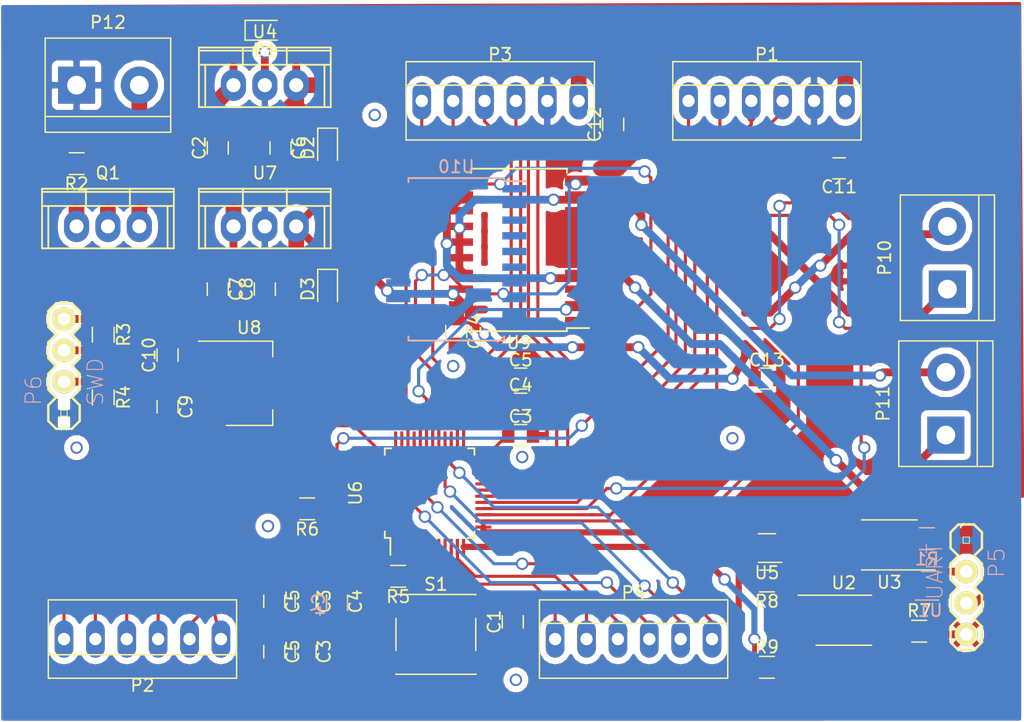
<source format=kicad_pcb>
(kicad_pcb (version 4) (host pcbnew 4.0.5)
  (layers (0 F.Cu signal) (31 B.Cu signal) (34 B.Paste user) (35 F.Paste user) (36 B.SilkS user) (37 F.SilkS user) (38 B.Mask user) (39 F.Mask user) (44 Edge.Cuts user))
  (net 0 "")
  (net 1 GND)
  (net 2 +3V3)
  (net 3 "Net-(C2-Pad1)")
  (net 4 +12C)
  (net 5 +5C)
  (net 6 "Net-(P1-Pad1)")
  (net 7 "Net-(P1-Pad2)")
  (net 8 "Net-(P1-Pad3)")
  (net 9 "Net-(P1-Pad4)")
  (net 10 "Net-(P2-Pad1)")
  (net 11 "Net-(P2-Pad2)")
  (net 12 "Net-(P2-Pad3)")
  (net 13 "Net-(P2-Pad4)")
  (net 14 "Net-(P2-Pad5)")
  (net 15 "Net-(P2-Pad6)")
  (net 16 "Net-(P3-Pad1)")
  (net 17 "Net-(P3-Pad2)")
  (net 18 "Net-(P3-Pad3)")
  (net 19 "Net-(P3-Pad4)")
  (net 20 /Enc0)
  (net 21 /Enc1)
  (net 22 /Enc2)
  (net 23 /Enc3)
  (net 24 "Net-(P4-Pad5)")
  (net 25 "Net-(P4-Pad6)")
  (net 26 "Net-(P5-Pad2)")
  (net 27 "Net-(P5-Pad3)")
  (net 28 VEE)
  (net 29 /SWCLK)
  (net 30 /SWDIO)
  (net 31 "Net-(P10-Pad1)")
  (net 32 "Net-(P10-Pad2)")
  (net 33 "Net-(P11-Pad1)")
  (net 34 "Net-(P11-Pad2)")
  (net 35 +24V)
  (net 36 "Net-(Q1-Pad1)")
  (net 37 "Net-(R1-Pad1)")
  (net 38 "Net-(R5-Pad1)")
  (net 39 "Net-(R6-Pad1)")
  (net 40 "Net-(R7-Pad1)")
  (net 41 "Net-(R8-Pad1)")
  (net 42 /IntRx)
  (net 43 "Net-(R9-Pad2)")
  (net 44 /IntTx)
  (net 45 "Net-(U6-Pad2)")
  (net 46 "Net-(U6-Pad3)")
  (net 47 "Net-(U6-Pad4)")
  (net 48 "Net-(U6-Pad5)")
  (net 49 "Net-(U6-Pad6)")
  (net 50 "Net-(U6-Pad8)")
  (net 51 "Net-(U6-Pad9)")
  (net 52 "Net-(U6-Pad14)")
  (net 53 "Net-(U6-Pad15)")
  (net 54 "Net-(U6-Pad16)")
  (net 55 "Net-(U6-Pad17)")
  (net 56 "Net-(U10-Pad12)")
  (net 57 "Net-(U10-Pad19)")
  (net 58 "Net-(U10-Pad1)")
  (net 59 "Net-(U10-Pad11)")
  (net 60 "Net-(U6-Pad35)")
  (net 61 "Net-(U6-Pad36)")
  (module Connectors:PINHEAD1-6 (layer F.Cu) (at 156.21 83.82)
    (fp_text reference P1 (at 6.35 -3.75) (layer F.SilkS))
    (fp_text value CONN_01X06)
    (pad 1 thru_hole oval (at 0 0) (size 1.51 3.01) (drill 1) (layers *.Cu *.Mask) (net 6 "Net-(P1-Pad1)"))
    (pad 2 thru_hole oval (at 2.54 0) (size 1.51 3.01) (drill 1) (layers *.Cu *.Mask) (net 7 "Net-(P1-Pad2)"))
    (pad 3 thru_hole oval (at 5.08 0) (size 1.51 3.01) (drill 1) (layers *.Cu *.Mask) (net 8 "Net-(P1-Pad3)"))
    (pad 4 thru_hole oval (at 7.62 0) (size 1.51 3.01) (drill 1) (layers *.Cu *.Mask) (net 9 "Net-(P1-Pad4)"))
    (pad 5 thru_hole oval (at 10.16 0) (size 1.51 3.01) (drill 1) (layers *.Cu *.Mask) (net 1 GND))
    (pad 6 thru_hole oval (at 12.7 0) (size 1.51 3.01) (drill 1) (layers *.Cu *.Mask) (net 4 +12C))
  )
  (module Buttons_Switches_SMD:SW_SPST_PTS645 (layer F.Cu) (at 135.763 127)
    (fp_text reference S1 (at 0 -4.05) (layer F.SilkS))
    (fp_text value SWITCH)
    (pad 2 smd rect (at -3.98 2.25) (size 1.55 1.3) (layers F.Cu F.Paste F.Mask) (net 1 GND))
    (pad 1 smd rect (at -3.98 -2.25) (size 1.55 1.3) (layers F.Cu F.Paste F.Mask) (net 2 +3V3))
    (pad 1 smd rect (at 3.98 -2.25) (size 1.55 1.3) (layers F.Cu F.Paste F.Mask) (net 2 +3V3))
    (pad 2 smd rect (at 3.98 2.25) (size 1.55 1.3) (layers F.Cu F.Paste F.Mask) (net 1 GND))
  )
  (module Capacitors_SMD:C_0805 (layer F.Cu) (at 142.621 110.871)
    (fp_text reference C3 (at 0 -1.5) (layer F.SilkS))
    (fp_text value 100n)
    (pad 1 smd rect (at -1 0) (size 1 1.25) (layers F.Cu F.Paste F.Mask) (net 2 +3V3))
    (pad 2 smd rect (at 1 0) (size 1 1.25) (layers F.Cu F.Paste F.Mask) (net 1 GND))
  )
  (module Capacitors_SMD:C_0805 (layer F.Cu) (at 142.621 108.331)
    (fp_text reference C4 (at 0 -1.5) (layer F.SilkS))
    (fp_text value 100n)
    (pad 1 smd rect (at -1 0) (size 1 1.25) (layers F.Cu F.Paste F.Mask) (net 2 +3V3))
    (pad 2 smd rect (at 1 0) (size 1 1.25) (layers F.Cu F.Paste F.Mask) (net 1 GND))
  )
  (module Capacitors_SMD:C_0805 (layer F.Cu) (at 142.621 106.299)
    (fp_text reference C5 (at 0 -1.5) (layer F.SilkS))
    (fp_text value 4.7u)
    (pad 1 smd rect (at -1 0) (size 1 1.25) (layers F.Cu F.Paste F.Mask) (net 2 +3V3))
    (pad 2 smd rect (at 1 0) (size 1 1.25) (layers F.Cu F.Paste F.Mask) (net 1 GND))
  )
  (module Capacitors_SMD:C_0805 (layer F.Cu) (at 122.682 128.397 270)
    (fp_text reference C5 (at 0 -1.5 270) (layer F.SilkS))
    (fp_text value 4.7u)
    (pad 1 smd rect (at -1 0 270) (size 1 1.25) (layers F.Cu F.Paste F.Mask) (net 2 +3V3))
    (pad 2 smd rect (at 1 0 270) (size 1 1.25) (layers F.Cu F.Paste F.Mask) (net 1 GND))
  )
  (module Capacitors_SMD:C_0805 (layer B.Cu) (at 127.762 124.587 270)
    (fp_text reference C4 (at 0 1.5 270) (layer B.SilkS) (effects (justify mirror)))
    (fp_text value 100n)
    (pad 1 smd rect (at -1 0 270) (size 1 1.25) (layers B.Cu B.Paste B.Mask) (net 2 +3V3))
    (pad 2 smd rect (at 1 0 270) (size 1 1.25) (layers B.Cu B.Paste B.Mask) (net 1 GND))
  )
  (module Capacitors_SMD:C_0805 (layer F.Cu) (at 125.222 128.397 270)
    (fp_text reference C3 (at 0 -1.5 270) (layer F.SilkS))
    (fp_text value 100n)
    (pad 1 smd rect (at -1 0 270) (size 1 1.25) (layers F.Cu F.Paste F.Mask) (net 2 +3V3))
    (pad 2 smd rect (at 1 0 270) (size 1 1.25) (layers F.Cu F.Paste F.Mask) (net 1 GND))
  )
  (module Capacitors_SMD:C_0805 (layer F.Cu) (at 141.986 125.984 90)
    (fp_text reference C1 (at 0 -1.5 90) (layer F.SilkS))
    (fp_text value 0.1u)
    (pad 1 smd rect (at -1 0 90) (size 1 1.25) (layers F.Cu F.Paste F.Mask) (net 1 GND))
    (pad 2 smd rect (at 1 0 90) (size 1 1.25) (layers F.Cu F.Paste F.Mask) (net 2 +3V3))
  )
  (module Capacitors_SMD:C_0805 (layer F.Cu) (at 118.11 87.63 90)
    (fp_text reference C2 (at 0 -1.5 90) (layer F.SilkS))
    (fp_text value 0.33u)
    (pad 1 smd rect (at -1 0 90) (size 1 1.25) (layers F.Cu F.Paste F.Mask) (net 3 "Net-(C2-Pad1)"))
    (pad 2 smd rect (at 1 0 90) (size 1 1.25) (layers F.Cu F.Paste F.Mask) (net 1 GND))
  )
  (module Capacitors_SMD:C_0805 (layer F.Cu) (at 125.222 124.333 270)
    (fp_text reference C3 (at 0 -1.5 270) (layer F.SilkS))
    (fp_text value 100n)
    (pad 1 smd rect (at -1 0 270) (size 1 1.25) (layers F.Cu F.Paste F.Mask) (net 2 +3V3))
    (pad 2 smd rect (at 1 0 270) (size 1 1.25) (layers F.Cu F.Paste F.Mask) (net 1 GND))
  )
  (module Capacitors_SMD:C_0805 (layer F.Cu) (at 127.762 124.333 270)
    (fp_text reference C4 (at 0 -1.5 270) (layer F.SilkS))
    (fp_text value 100n)
    (pad 1 smd rect (at -1 0 270) (size 1 1.25) (layers F.Cu F.Paste F.Mask) (net 2 +3V3))
    (pad 2 smd rect (at 1 0 270) (size 1 1.25) (layers F.Cu F.Paste F.Mask) (net 1 GND))
  )
  (module Capacitors_SMD:C_0805 (layer F.Cu) (at 122.682 124.333 270)
    (fp_text reference C5 (at 0 -1.5 270) (layer F.SilkS))
    (fp_text value 4.7u)
    (pad 1 smd rect (at -1 0 270) (size 1 1.25) (layers F.Cu F.Paste F.Mask) (net 2 +3V3))
    (pad 2 smd rect (at 1 0 270) (size 1 1.25) (layers F.Cu F.Paste F.Mask) (net 1 GND))
  )
  (module Capacitors_SMD:C_0805 (layer F.Cu) (at 123.19 87.63 270)
    (fp_text reference C6 (at 0 -1.5 270) (layer F.SilkS))
    (fp_text value 0.1u)
    (pad 1 smd rect (at -1 0 270) (size 1 1.25) (layers F.Cu F.Paste F.Mask) (net 4 +12C))
    (pad 2 smd rect (at 1 0 270) (size 1 1.25) (layers F.Cu F.Paste F.Mask) (net 1 GND))
  )
  (module Capacitors_SMD:C_0805 (layer F.Cu) (at 118.11 99.06 270)
    (fp_text reference C7 (at 0 -1.5 270) (layer F.SilkS))
    (fp_text value 0.33u)
    (pad 1 smd rect (at -1 0 270) (size 1 1.25) (layers F.Cu F.Paste F.Mask) (net 4 +12C))
    (pad 2 smd rect (at 1 0 270) (size 1 1.25) (layers F.Cu F.Paste F.Mask) (net 1 GND))
  )
  (module Capacitors_SMD:C_0805 (layer F.Cu) (at 121.92 99.06 90)
    (fp_text reference C8 (at 0 -1.5 90) (layer F.SilkS))
    (fp_text value 0.1u)
    (pad 1 smd rect (at -1 0 90) (size 1 1.25) (layers F.Cu F.Paste F.Mask) (net 5 +5C))
    (pad 2 smd rect (at 1 0 90) (size 1 1.25) (layers F.Cu F.Paste F.Mask) (net 1 GND))
  )
  (module Capacitors_SMD:C_0805 (layer F.Cu) (at 114.046 108.585 270)
    (fp_text reference C9 (at 0 -1.5 270) (layer F.SilkS))
    (fp_text value 10u)
    (pad 1 smd rect (at -1 0 270) (size 1 1.25) (layers F.Cu F.Paste F.Mask) (net 5 +5C))
    (pad 2 smd rect (at 1 0 270) (size 1 1.25) (layers F.Cu F.Paste F.Mask) (net 1 GND))
  )
  (module Capacitors_SMD:C_0805 (layer F.Cu) (at 114.046 104.394 90)
    (fp_text reference C10 (at 0 -1.5 90) (layer F.SilkS))
    (fp_text value 100u)
    (pad 1 smd rect (at -1 0 90) (size 1 1.25) (layers F.Cu F.Paste F.Mask) (net 2 +3V3))
    (pad 2 smd rect (at 1 0 90) (size 1 1.25) (layers F.Cu F.Paste F.Mask) (net 1 GND))
  )
  (module Capacitors_SMD:C_0805 (layer F.Cu) (at 168.402 89.281 180)
    (fp_text reference C11 (at 0 -1.5 180) (layer F.SilkS))
    (fp_text value 100n)
    (pad 1 smd rect (at -1 0 180) (size 1 1.25) (layers F.Cu F.Paste F.Mask) (net 4 +12C))
    (pad 2 smd rect (at 1 0 180) (size 1 1.25) (layers F.Cu F.Paste F.Mask) (net 1 GND))
  )
  (module Capacitors_SMD:C_0805 (layer F.Cu) (at 150.114 85.725 90)
    (fp_text reference C12 (at 0 -1.5 90) (layer F.SilkS))
    (fp_text value 100n)
    (pad 1 smd rect (at -1 0 90) (size 1 1.25) (layers F.Cu F.Paste F.Mask) (net 4 +12C))
    (pad 2 smd rect (at 1 0 90) (size 1 1.25) (layers F.Cu F.Paste F.Mask) (net 1 GND))
  )
  (module Capacitors_SMD:C_0805 (layer F.Cu) (at 162.56 106.299)
    (fp_text reference C13 (at 0 -1.5) (layer F.SilkS))
    (fp_text value 100n)
    (pad 1 smd rect (at -1 0) (size 1 1.25) (layers F.Cu F.Paste F.Mask) (net 5 +5C))
    (pad 2 smd rect (at 1 0) (size 1 1.25) (layers F.Cu F.Paste F.Mask) (net 1 GND))
  )
  (module Capacitors_SMD:C_0805 (layer F.Cu) (at 137.414 102.489 270)
    (fp_text reference C14 (at 0 -1.5 270) (layer F.SilkS))
    (fp_text value 100n)
    (pad 1 smd rect (at -1 0 270) (size 1 1.25) (layers F.Cu F.Paste F.Mask) (net 5 +5C))
    (pad 2 smd rect (at 1 0 270) (size 1 1.25) (layers F.Cu F.Paste F.Mask) (net 1 GND))
  )
  (module Diodes_SMD:D_0805 (layer F.Cu) (at 121.92 78.105)
    (fp_text reference D1 (at 0 1.6) (layer F.SilkS))
    (fp_text value D)
    (pad 1 smd rect (at -1.05 0) (size 0.8 0.9) (layers F.Cu F.Paste F.Mask) (net 3 "Net-(C2-Pad1)"))
    (pad 2 smd rect (at 1.05 0) (size 0.8 0.9) (layers F.Cu F.Paste F.Mask) (net 4 +12C))
  )
  (module Diodes_SMD:D_0805 (layer F.Cu) (at 127 87.63 270)
    (fp_text reference D2 (at 0 1.6 270) (layer F.SilkS))
    (fp_text value D)
    (pad 1 smd rect (at -1.05 0 270) (size 0.8 0.9) (layers F.Cu F.Paste F.Mask) (net 4 +12C))
    (pad 2 smd rect (at 1.05 0 270) (size 0.8 0.9) (layers F.Cu F.Paste F.Mask) (net 5 +5C))
  )
  (module Diodes_SMD:D_0805 (layer F.Cu) (at 127 99.06 270)
    (fp_text reference D3 (at 0 1.6 270) (layer F.SilkS))
    (fp_text value D)
    (pad 1 smd rect (at -1.05 0 270) (size 0.8 0.9) (layers F.Cu F.Paste F.Mask) (net 5 +5C))
    (pad 2 smd rect (at 1.05 0 270) (size 0.8 0.9) (layers F.Cu F.Paste F.Mask) (net 2 +3V3))
  )
  (module Connectors:PINHEAD1-6 (layer F.Cu) (at 118.364 127.381 180)
    (fp_text reference P2 (at 6.35 -3.75 180) (layer F.SilkS))
    (fp_text value CONN_01X06)
    (pad 1 thru_hole oval (at 0 0 180) (size 1.51 3.01) (drill 1) (layers *.Cu *.Mask) (net 10 "Net-(P2-Pad1)"))
    (pad 2 thru_hole oval (at 2.54 0 180) (size 1.51 3.01) (drill 1) (layers *.Cu *.Mask) (net 11 "Net-(P2-Pad2)"))
    (pad 3 thru_hole oval (at 5.08 0 180) (size 1.51 3.01) (drill 1) (layers *.Cu *.Mask) (net 12 "Net-(P2-Pad3)"))
    (pad 4 thru_hole oval (at 7.62 0 180) (size 1.51 3.01) (drill 1) (layers *.Cu *.Mask) (net 13 "Net-(P2-Pad4)"))
    (pad 5 thru_hole oval (at 10.16 0 180) (size 1.51 3.01) (drill 1) (layers *.Cu *.Mask) (net 14 "Net-(P2-Pad5)"))
    (pad 6 thru_hole oval (at 12.7 0 180) (size 1.51 3.01) (drill 1) (layers *.Cu *.Mask) (net 15 "Net-(P2-Pad6)"))
  )
  (module Connectors:PINHEAD1-6 (layer F.Cu) (at 134.62 83.82)
    (fp_text reference P3 (at 6.35 -3.75) (layer F.SilkS))
    (fp_text value CONN_01X06)
    (pad 1 thru_hole oval (at 0 0) (size 1.51 3.01) (drill 1) (layers *.Cu *.Mask) (net 16 "Net-(P3-Pad1)"))
    (pad 2 thru_hole oval (at 2.54 0) (size 1.51 3.01) (drill 1) (layers *.Cu *.Mask) (net 17 "Net-(P3-Pad2)"))
    (pad 3 thru_hole oval (at 5.08 0) (size 1.51 3.01) (drill 1) (layers *.Cu *.Mask) (net 18 "Net-(P3-Pad3)"))
    (pad 4 thru_hole oval (at 7.62 0) (size 1.51 3.01) (drill 1) (layers *.Cu *.Mask) (net 19 "Net-(P3-Pad4)"))
    (pad 5 thru_hole oval (at 10.16 0) (size 1.51 3.01) (drill 1) (layers *.Cu *.Mask) (net 1 GND))
    (pad 6 thru_hole oval (at 12.7 0) (size 1.51 3.01) (drill 1) (layers *.Cu *.Mask) (net 4 +12C))
  )
  (module Connectors:PINHEAD1-6 (layer F.Cu) (at 145.415 127.381)
    (fp_text reference P4 (at 6.35 -3.75) (layer F.SilkS))
    (fp_text value CONN_01X06)
    (pad 1 thru_hole oval (at 0 0) (size 1.51 3.01) (drill 1) (layers *.Cu *.Mask) (net 20 /Enc0))
    (pad 2 thru_hole oval (at 2.54 0) (size 1.51 3.01) (drill 1) (layers *.Cu *.Mask) (net 21 /Enc1))
    (pad 3 thru_hole oval (at 5.08 0) (size 1.51 3.01) (drill 1) (layers *.Cu *.Mask) (net 22 /Enc2))
    (pad 4 thru_hole oval (at 7.62 0) (size 1.51 3.01) (drill 1) (layers *.Cu *.Mask) (net 23 /Enc3))
    (pad 5 thru_hole oval (at 10.16 0) (size 1.51 3.01) (drill 1) (layers *.Cu *.Mask) (net 24 "Net-(P4-Pad5)"))
    (pad 6 thru_hole oval (at 12.7 0) (size 1.51 3.01) (drill 1) (layers *.Cu *.Mask) (net 25 "Net-(P4-Pad6)"))
  )
  (module SparkFun:SparkFun-1X04 (layer F.Cu) (at 178.689 119.38 270)
    (fp_text reference P5 (at 1.8288 -2.4638 270) (layer B.SilkS) (effects (font (size 1.27 1.27) (thickness 0.0889))))
    (fp_text value UART (at 2.54 2.54 270) (layer B.SilkS) (effects (font (size 1.27 1.27) (thickness 0.0889))))
    (pad 1 thru_hole rect (at 0 0 270) (size 1.8796 0) (drill 1.016) (layers *.Cu F.Paste F.SilkS F.Mask) (net 1 GND))
    (pad 2 thru_hole circle (at 2.54 0 270) (size 1.8796 1.8796) (drill 1.016) (layers *.Cu F.Paste F.SilkS F.Mask) (net 26 "Net-(P5-Pad2)"))
    (pad 3 thru_hole circle (at 5.08 0 270) (size 1.8796 1.8796) (drill 1.016) (layers *.Cu F.Paste F.SilkS F.Mask) (net 27 "Net-(P5-Pad3)"))
    (pad 4 thru_hole circle (at 7.62 0 270) (size 1.8796 1.8796) (drill 1.016) (layers *.Cu F.Paste F.SilkS F.Mask) (net 28 VEE))
  )
  (module SparkFun:SparkFun-1X04 (layer F.Cu) (at 105.664 109.093 90)
    (fp_text reference P6 (at 1.8288 -2.4638 90) (layer B.SilkS) (effects (font (size 1.27 1.27) (thickness 0.0889))))
    (fp_text value SWD (at 2.54 2.54 90) (layer B.SilkS) (effects (font (size 1.27 1.27) (thickness 0.0889))))
    (pad 1 thru_hole rect (at 0 0 90) (size 1.8796 0) (drill 1.016) (layers *.Cu F.Paste F.SilkS F.Mask) (net 1 GND))
    (pad 2 thru_hole circle (at 2.54 0 90) (size 1.8796 1.8796) (drill 1.016) (layers *.Cu F.Paste F.SilkS F.Mask) (net 29 /SWCLK))
    (pad 3 thru_hole circle (at 5.08 0 90) (size 1.8796 1.8796) (drill 1.016) (layers *.Cu F.Paste F.SilkS F.Mask) (net 30 /SWDIO))
    (pad 4 thru_hole circle (at 7.62 0 90) (size 1.8796 1.8796) (drill 1.016) (layers *.Cu F.Paste F.SilkS F.Mask) (net 2 +3V3))
  )
  (module Connectors:bornier2 (layer F.Cu) (at 177.165 99.06 90)
    (fp_text reference P10 (at 2.54 -5.08 90) (layer F.SilkS))
    (fp_text value M1)
    (pad 1 thru_hole rect (at 0 0 90) (size 3 3) (drill 1.52) (layers *.Cu *.Mask) (net 31 "Net-(P10-Pad1)"))
    (pad 2 thru_hole circle (at 5.08 0 90) (size 3 3) (drill 1.52) (layers *.Cu *.Mask) (net 32 "Net-(P10-Pad2)"))
  )
  (module Connectors:bornier2 (layer F.Cu) (at 177.038 110.871 90)
    (fp_text reference P11 (at 2.54 -5.08 90) (layer F.SilkS))
    (fp_text value M2)
    (pad 1 thru_hole rect (at 0 0 90) (size 3 3) (drill 1.52) (layers *.Cu *.Mask) (net 33 "Net-(P11-Pad1)"))
    (pad 2 thru_hole circle (at 5.08 0 90) (size 3 3) (drill 1.52) (layers *.Cu *.Mask) (net 34 "Net-(P11-Pad2)"))
  )
  (module Connectors:bornier2 (layer F.Cu) (at 106.68 82.55)
    (fp_text reference P12 (at 2.54 -5.08) (layer F.SilkS))
    (fp_text value CONN_01X02)
    (pad 1 thru_hole rect (at 0 0) (size 3 3) (drill 1.52) (layers *.Cu *.Mask) (net 1 GND))
    (pad 2 thru_hole circle (at 5.08 0) (size 3 3) (drill 1.52) (layers *.Cu *.Mask) (net 35 +24V))
  )
  (module Power_Integrations:TO-220 (layer F.Cu) (at 109.22 93.98)
    (fp_text reference Q1 (at 0 -4.318) (layer F.SilkS))
    (fp_text value IRF9540N)
    (pad 2 thru_hole oval (at 0 0) (size 2.032 2.54) (drill 1.143) (layers *.Cu *.Mask) (net 35 +24V))
    (pad 3 thru_hole oval (at 2.54 0) (size 2.032 2.54) (drill 1.143) (layers *.Cu *.Mask) (net 3 "Net-(C2-Pad1)"))
    (pad 1 thru_hole oval (at -2.54 0) (size 2.032 2.54) (drill 1.143) (layers *.Cu *.Mask) (net 36 "Net-(Q1-Pad1)"))
  )
  (module Resistors_SMD:R_0805 (layer B.Cu) (at 175.514 119.253)
    (fp_text reference R1 (at 0 1.65) (layer B.SilkS) (effects (justify mirror)))
    (fp_text value 100k)
    (pad 1 smd rect (at -0.95 0) (size 0.7 1.3) (layers B.Cu B.Paste B.Mask) (net 37 "Net-(R1-Pad1)"))
    (pad 2 smd rect (at 0.95 0) (size 0.7 1.3) (layers B.Cu B.Paste B.Mask) (net 27 "Net-(P5-Pad3)"))
  )
  (module Resistors_SMD:R_0805 (layer F.Cu) (at 106.68 88.9 180)
    (fp_text reference R2 (at 0 -1.65 180) (layer F.SilkS))
    (fp_text value 1k)
    (pad 1 smd rect (at -0.95 0 180) (size 0.7 1.3) (layers F.Cu F.Paste F.Mask) (net 36 "Net-(Q1-Pad1)"))
    (pad 2 smd rect (at 0.95 0 180) (size 0.7 1.3) (layers F.Cu F.Paste F.Mask) (net 1 GND))
  )
  (module Resistors_SMD:R_0805 (layer F.Cu) (at 108.839 102.743 270)
    (fp_text reference R3 (at 0 -1.65 270) (layer F.SilkS))
    (fp_text value 100k)
    (pad 1 smd rect (at -0.95 0 270) (size 0.7 1.3) (layers F.Cu F.Paste F.Mask) (net 2 +3V3))
    (pad 2 smd rect (at 0.95 0 270) (size 0.7 1.3) (layers F.Cu F.Paste F.Mask) (net 30 /SWDIO))
  )
  (module Resistors_SMD:R_0805 (layer F.Cu) (at 108.839 107.823 270)
    (fp_text reference R4 (at 0 -1.65 270) (layer F.SilkS))
    (fp_text value 100k)
    (pad 1 smd rect (at -0.95 0 270) (size 0.7 1.3) (layers F.Cu F.Paste F.Mask) (net 29 /SWCLK))
    (pad 2 smd rect (at 0.95 0 270) (size 0.7 1.3) (layers F.Cu F.Paste F.Mask) (net 1 GND))
  )
  (module Resistors_SMD:R_0805 (layer F.Cu) (at 132.715 122.301 180)
    (fp_text reference R5 (at 0 -1.65 180) (layer F.SilkS))
    (fp_text value 100k)
    (pad 1 smd rect (at -0.95 0 180) (size 0.7 1.3) (layers F.Cu F.Paste F.Mask) (net 38 "Net-(R5-Pad1)"))
    (pad 2 smd rect (at 0.95 0 180) (size 0.7 1.3) (layers F.Cu F.Paste F.Mask) (net 2 +3V3))
  )
  (module Resistors_SMD:R_0805 (layer F.Cu) (at 125.349 116.84 180)
    (fp_text reference R6 (at 0 -1.65 180) (layer F.SilkS))
    (fp_text value 10k)
    (pad 1 smd rect (at -0.95 0 180) (size 0.7 1.3) (layers F.Cu F.Paste F.Mask) (net 39 "Net-(R6-Pad1)"))
    (pad 2 smd rect (at 0.95 0 180) (size 0.7 1.3) (layers F.Cu F.Paste F.Mask) (net 1 GND))
  )
  (module Resistors_SMD:R_0805 (layer F.Cu) (at 174.879 126.746)
    (fp_text reference R7 (at 0 -1.65) (layer F.SilkS))
    (fp_text value 100k)
    (pad 1 smd rect (at -0.95 0) (size 0.7 1.3) (layers F.Cu F.Paste F.Mask) (net 40 "Net-(R7-Pad1)"))
    (pad 2 smd rect (at 0.95 0) (size 0.7 1.3) (layers F.Cu F.Paste F.Mask) (net 28 VEE))
  )
  (module Resistors_SMD:R_0805 (layer F.Cu) (at 162.56 122.682 180)
    (fp_text reference R8 (at 0 -1.65 180) (layer F.SilkS))
    (fp_text value 100k)
    (pad 1 smd rect (at -0.95 0 180) (size 0.7 1.3) (layers F.Cu F.Paste F.Mask) (net 41 "Net-(R8-Pad1)"))
    (pad 2 smd rect (at 0.95 0 180) (size 0.7 1.3) (layers F.Cu F.Paste F.Mask) (net 2 +3V3))
  )
  (module Resistors_SMD:R_0805 (layer F.Cu) (at 162.56 129.667)
    (fp_text reference R9 (at 0 -1.65) (layer F.SilkS))
    (fp_text value 100k)
    (pad 1 smd rect (at -0.95 0) (size 0.7 1.3) (layers F.Cu F.Paste F.Mask) (net 42 /IntRx))
    (pad 2 smd rect (at 0.95 0) (size 0.7 1.3) (layers F.Cu F.Paste F.Mask) (net 43 "Net-(R9-Pad2)"))
  )
  (module TO_SOT_Packages_SMD:SOT-353_SC-70-5 (layer B.Cu) (at 175.768 123.063)
    (fp_text reference U1 (at 0 2) (layer B.SilkS) (effects (justify mirror)))
    (fp_text value 74AHC1G14)
    (pad 1 smd rect (at -0.95 0.65) (size 0.65 0.4) (layers B.Cu B.Paste B.Mask))
    (pad 3 smd rect (at -0.95 -0.65) (size 0.65 0.4) (layers B.Cu B.Paste B.Mask) (net 28 VEE))
    (pad 2 smd rect (at -0.95 0) (size 0.65 0.4) (layers B.Cu B.Paste B.Mask) (net 40 "Net-(R7-Pad1)"))
    (pad 4 smd rect (at 0.95 -0.65) (size 0.65 0.4) (layers B.Cu B.Paste B.Mask) (net 26 "Net-(P5-Pad2)"))
    (pad 5 smd rect (at 0.95 0.65) (size 0.65 0.4) (layers B.Cu B.Paste B.Mask) (net 1 GND))
  )
  (module Buttons_Switches_SMD:SW_DIP_x2_W6.15mm_Slide_Omron_A6H (layer F.Cu) (at 168.783 125.857)
    (fp_text reference U2 (at 0 -3.025) (layer F.SilkS))
    (fp_text value LTV-358T)
    (pad 1 smd rect (at -3.075 -0.635) (size 1.25 0.76) (layers F.Cu F.Mask) (net 43 "Net-(R9-Pad2)"))
    (pad 3 smd rect (at 3.075 0.635) (size 1.25 0.76) (layers F.Cu F.Mask) (net 1 GND))
    (pad 2 smd rect (at -3.075 0.635) (size 1.25 0.76) (layers F.Cu F.Mask) (net 1 GND))
    (pad 4 smd rect (at 3.075 -0.635) (size 1.25 0.76) (layers F.Cu F.Mask) (net 40 "Net-(R7-Pad1)"))
  )
  (module Buttons_Switches_SMD:SW_DIP_x2_W6.15mm_Slide_Omron_A6H (layer F.Cu) (at 172.466 119.761 180)
    (fp_text reference U3 (at 0 -3.025 180) (layer F.SilkS))
    (fp_text value LTV-358T)
    (pad 1 smd rect (at -3.075 -0.635 180) (size 1.25 0.76) (layers F.Cu F.Mask) (net 37 "Net-(R1-Pad1)"))
    (pad 3 smd rect (at 3.075 0.635 180) (size 1.25 0.76) (layers F.Cu F.Mask) (net 1 GND))
    (pad 2 smd rect (at -3.075 0.635 180) (size 1.25 0.76) (layers F.Cu F.Mask) (net 1 GND))
    (pad 4 smd rect (at 3.075 -0.635 180) (size 1.25 0.76) (layers F.Cu F.Mask) (net 41 "Net-(R8-Pad1)"))
  )
  (module Power_Integrations:TO-220 (layer F.Cu) (at 121.92 82.55)
    (fp_text reference U4 (at 0 -4.318) (layer F.SilkS))
    (fp_text value LM7812CT)
    (pad 2 thru_hole oval (at 0 0) (size 2.032 2.54) (drill 1.143) (layers *.Cu *.Mask) (net 1 GND))
    (pad 3 thru_hole oval (at 2.54 0) (size 2.032 2.54) (drill 1.143) (layers *.Cu *.Mask) (net 4 +12C))
    (pad 1 thru_hole oval (at -2.54 0) (size 2.032 2.54) (drill 1.143) (layers *.Cu *.Mask) (net 3 "Net-(C2-Pad1)"))
  )
  (module TO_SOT_Packages_SMD:SOT-353_SC-70-5 (layer F.Cu) (at 162.56 120.015 180)
    (fp_text reference U5 (at 0 -2 180) (layer F.SilkS))
    (fp_text value 74AHC1G14)
    (pad 1 smd rect (at -0.95 -0.65 180) (size 0.65 0.4) (layers F.Cu F.Paste F.Mask))
    (pad 3 smd rect (at -0.95 0.65 180) (size 0.65 0.4) (layers F.Cu F.Paste F.Mask) (net 1 GND))
    (pad 2 smd rect (at -0.95 0 180) (size 0.65 0.4) (layers F.Cu F.Paste F.Mask) (net 41 "Net-(R8-Pad1)"))
    (pad 4 smd rect (at 0.95 0.65 180) (size 0.65 0.4) (layers F.Cu F.Paste F.Mask) (net 44 /IntTx))
    (pad 5 smd rect (at 0.95 -0.65 180) (size 0.65 0.4) (layers F.Cu F.Paste F.Mask) (net 2 +3V3))
  )
  (module Housings_QFP:LQFP-48_7x7mm_Pitch0.5mm (layer F.Cu) (at 135.255 115.57 90)
    (fp_text reference U6 (at 0 -6 90) (layer F.SilkS))
    (fp_text value STM32F030C6Tx)
    (pad 1 smd rect (at -4.35 -2.75 90) (size 1.3 0.25) (layers F.Cu F.Paste F.Mask) (net 2 +3V3))
    (pad 2 smd rect (at -4.35 -2.25 90) (size 1.3 0.25) (layers F.Cu F.Paste F.Mask) (net 45 "Net-(U6-Pad2)"))
    (pad 3 smd rect (at -4.35 -1.75 90) (size 1.3 0.25) (layers F.Cu F.Paste F.Mask) (net 46 "Net-(U6-Pad3)"))
    (pad 4 smd rect (at -4.35 -1.25 90) (size 1.3 0.25) (layers F.Cu F.Paste F.Mask) (net 47 "Net-(U6-Pad4)"))
    (pad 5 smd rect (at -4.35 -0.75 90) (size 1.3 0.25) (layers F.Cu F.Paste F.Mask) (net 48 "Net-(U6-Pad5)"))
    (pad 6 smd rect (at -4.35 -0.25 90) (size 1.3 0.25) (layers F.Cu F.Paste F.Mask) (net 49 "Net-(U6-Pad6)"))
    (pad 7 smd rect (at -4.35 0.25 90) (size 1.3 0.25) (layers F.Cu F.Paste F.Mask) (net 38 "Net-(R5-Pad1)"))
    (pad 8 smd rect (at -4.35 0.75 90) (size 1.3 0.25) (layers F.Cu F.Paste F.Mask) (net 50 "Net-(U6-Pad8)"))
    (pad 9 smd rect (at -4.35 1.25 90) (size 1.3 0.25) (layers F.Cu F.Paste F.Mask) (net 51 "Net-(U6-Pad9)"))
    (pad 10 smd rect (at -4.35 1.75 90) (size 1.3 0.25) (layers F.Cu F.Paste F.Mask) (net 20 /Enc0))
    (pad 11 smd rect (at -4.35 2.25 90) (size 1.3 0.25) (layers F.Cu F.Paste F.Mask) (net 21 /Enc1))
    (pad 12 smd rect (at -4.35 2.75 90) (size 1.3 0.25) (layers F.Cu F.Paste F.Mask) (net 42 /IntRx))
    (pad 13 smd rect (at -2.75 4.35 180) (size 1.3 0.25) (layers F.Cu F.Paste F.Mask) (net 44 /IntTx))
    (pad 14 smd rect (at -2.25 4.35 180) (size 1.3 0.25) (layers F.Cu F.Paste F.Mask) (net 52 "Net-(U6-Pad14)"))
    (pad 15 smd rect (at -1.75 4.35 180) (size 1.3 0.25) (layers F.Cu F.Paste F.Mask) (net 53 "Net-(U6-Pad15)"))
    (pad 16 smd rect (at -1.25 4.35 180) (size 1.3 0.25) (layers F.Cu F.Paste F.Mask) (net 54 "Net-(U6-Pad16)"))
    (pad 17 smd rect (at -0.75 4.35 180) (size 1.3 0.25) (layers F.Cu F.Paste F.Mask) (net 55 "Net-(U6-Pad17)"))
    (pad 18 smd rect (at -0.25 4.35 180) (size 1.3 0.25) (layers F.Cu F.Paste F.Mask) (net 9 "Net-(P1-Pad4)"))
    (pad 19 smd rect (at 0.25 4.35 180) (size 1.3 0.25) (layers F.Cu F.Paste F.Mask) (net 8 "Net-(P1-Pad3)"))
    (pad 20 smd rect (at 0.75 4.35 180) (size 1.3 0.25) (layers F.Cu F.Paste F.Mask) (net 7 "Net-(P1-Pad2)"))
    (pad 21 smd rect (at 1.25 4.35 180) (size 1.3 0.25) (layers F.Cu F.Paste F.Mask) (net 19 "Net-(P3-Pad4)"))
    (pad 22 smd rect (at 1.75 4.35 180) (size 1.3 0.25) (layers F.Cu F.Paste F.Mask) (net 18 "Net-(P3-Pad3)"))
    (pad 23 smd rect (at 2.25 4.35 180) (size 1.3 0.25) (layers F.Cu F.Paste F.Mask) (net 1 GND))
    (pad 24 smd rect (at 2.75 4.35 180) (size 1.3 0.25) (layers F.Cu F.Paste F.Mask) (net 2 +3V3))
    (pad 25 smd rect (at 4.35 2.75 90) (size 1.3 0.25) (layers F.Cu F.Paste F.Mask) (net 17 "Net-(P3-Pad2)"))
    (pad 26 smd rect (at 4.35 2.25 90) (size 1.3 0.25) (layers F.Cu F.Paste F.Mask) (net 16 "Net-(P3-Pad1)"))
    (pad 27 smd rect (at 4.35 1.75 90) (size 1.3 0.25) (layers F.Cu F.Paste F.Mask) (net 25 "Net-(P4-Pad6)"))
    (pad 28 smd rect (at 4.35 1.25 90) (size 1.3 0.25) (layers F.Cu F.Paste F.Mask) (net 24 "Net-(P4-Pad5)"))
    (pad 29 smd rect (at 4.35 0.75 90) (size 1.3 0.25) (layers F.Cu F.Paste F.Mask) (net 56 "Net-(U10-Pad12)"))
    (pad 30 smd rect (at 4.35 0.25 90) (size 1.3 0.25) (layers F.Cu F.Paste F.Mask) (net 57 "Net-(U10-Pad19)"))
    (pad 31 smd rect (at 4.35 -0.25 90) (size 1.3 0.25) (layers F.Cu F.Paste F.Mask) (net 58 "Net-(U10-Pad1)"))
    (pad 32 smd rect (at 4.35 -0.75 90) (size 1.3 0.25) (layers F.Cu F.Paste F.Mask) (net 59 "Net-(U10-Pad11)"))
    (pad 33 smd rect (at 4.35 -1.25 90) (size 1.3 0.25) (layers F.Cu F.Paste F.Mask) (net 22 /Enc2))
    (pad 34 smd rect (at 4.35 -1.75 90) (size 1.3 0.25) (layers F.Cu F.Paste F.Mask) (net 30 /SWDIO))
    (pad 35 smd rect (at 4.35 -2.25 90) (size 1.3 0.25) (layers F.Cu F.Paste F.Mask) (net 60 "Net-(U6-Pad35)"))
    (pad 36 smd rect (at 4.35 -2.75 90) (size 1.3 0.25) (layers F.Cu F.Paste F.Mask) (net 61 "Net-(U6-Pad36)"))
    (pad 37 smd rect (at 2.75 -4.35 180) (size 1.3 0.25) (layers F.Cu F.Paste F.Mask) (net 29 /SWCLK))
    (pad 38 smd rect (at 2.25 -4.35 180) (size 1.3 0.25) (layers F.Cu F.Paste F.Mask) (net 23 /Enc3))
    (pad 39 smd rect (at 1.75 -4.35 180) (size 1.3 0.25) (layers F.Cu F.Paste F.Mask) (net 6 "Net-(P1-Pad1)"))
    (pad 40 smd rect (at 1.25 -4.35 180) (size 1.3 0.25) (layers F.Cu F.Paste F.Mask) (net 15 "Net-(P2-Pad6)"))
    (pad 41 smd rect (at 0.75 -4.35 180) (size 1.3 0.25) (layers F.Cu F.Paste F.Mask) (net 14 "Net-(P2-Pad5)"))
    (pad 42 smd rect (at 0.25 -4.35 180) (size 1.3 0.25) (layers F.Cu F.Paste F.Mask) (net 13 "Net-(P2-Pad4)"))
    (pad 43 smd rect (at -0.25 -4.35 180) (size 1.3 0.25) (layers F.Cu F.Paste F.Mask) (net 12 "Net-(P2-Pad3)"))
    (pad 44 smd rect (at -0.75 -4.35 180) (size 1.3 0.25) (layers F.Cu F.Paste F.Mask) (net 39 "Net-(R6-Pad1)"))
    (pad 45 smd rect (at -1.25 -4.35 180) (size 1.3 0.25) (layers F.Cu F.Paste F.Mask) (net 11 "Net-(P2-Pad2)"))
    (pad 46 smd rect (at -1.75 -4.35 180) (size 1.3 0.25) (layers F.Cu F.Paste F.Mask) (net 10 "Net-(P2-Pad1)"))
    (pad 47 smd rect (at -2.25 -4.35 180) (size 1.3 0.25) (layers F.Cu F.Paste F.Mask) (net 1 GND))
    (pad 48 smd rect (at -2.75 -4.35 180) (size 1.3 0.25) (layers F.Cu F.Paste F.Mask) (net 2 +3V3))
  )
  (module Power_Integrations:TO-220 (layer F.Cu) (at 121.92 93.98)
    (fp_text reference U7 (at 0 -4.318) (layer F.SilkS))
    (fp_text value LM7805CT)
    (pad 2 thru_hole oval (at 0 0) (size 2.032 2.54) (drill 1.143) (layers *.Cu *.Mask) (net 1 GND))
    (pad 3 thru_hole oval (at 2.54 0) (size 2.032 2.54) (drill 1.143) (layers *.Cu *.Mask) (net 5 +5C))
    (pad 1 thru_hole oval (at -2.54 0) (size 2.032 2.54) (drill 1.143) (layers *.Cu *.Mask) (net 4 +12C))
  )
  (module TO_SOT_Packages_SMD:SOT-223 (layer F.Cu) (at 120.65 106.68)
    (fp_text reference U8 (at 0 -4.5) (layer F.SilkS))
    (fp_text value LM1117-3.3)
    (pad 4 smd rect (at 3.15 0) (size 2 3.8) (layers F.Cu F.Paste F.Mask) (net 2 +3V3))
    (pad 2 smd rect (at -3.15 0) (size 2 1.5) (layers F.Cu F.Paste F.Mask) (net 2 +3V3))
    (pad 3 smd rect (at -3.15 2.3) (size 2 1.5) (layers F.Cu F.Paste F.Mask) (net 5 +5C))
    (pad 1 smd rect (at -3.15 -2.3) (size 2 1.5) (layers F.Cu F.Paste F.Mask) (net 1 GND))
  )
  (module Housings_SOIC:SOIC-20W_7.5x12.8mm_Pitch1.27mm (layer F.Cu) (at 142.494 95.885 180)
    (fp_text reference U9 (at 0 -7.5 180) (layer F.SilkS))
    (fp_text value HL293D)
    (pad 1 smd rect (at -4.7 -5.715 180) (size 1.95 0.6) (layers F.Cu F.Paste F.Mask) (net 54 "Net-(U6-Pad16)"))
    (pad 2 smd rect (at -4.7 -4.445 180) (size 1.95 0.6) (layers F.Cu F.Paste F.Mask) (net 52 "Net-(U6-Pad14)"))
    (pad 3 smd rect (at -4.7 -3.175 180) (size 1.95 0.6) (layers F.Cu F.Paste F.Mask) (net 31 "Net-(P10-Pad1)"))
    (pad 4 smd rect (at -4.7 -1.905 180) (size 1.95 0.6) (layers F.Cu F.Paste F.Mask) (net 1 GND))
    (pad 5 smd rect (at -4.7 -0.635 180) (size 1.95 0.6) (layers F.Cu F.Paste F.Mask) (net 1 GND))
    (pad 6 smd rect (at -4.7 0.635 180) (size 1.95 0.6) (layers F.Cu F.Paste F.Mask) (net 1 GND))
    (pad 7 smd rect (at -4.7 1.905 180) (size 1.95 0.6) (layers F.Cu F.Paste F.Mask) (net 1 GND))
    (pad 8 smd rect (at -4.7 3.175 180) (size 1.95 0.6) (layers F.Cu F.Paste F.Mask) (net 31 "Net-(P10-Pad1)"))
    (pad 9 smd rect (at -4.7 4.445 180) (size 1.95 0.6) (layers F.Cu F.Paste F.Mask) (net 53 "Net-(U6-Pad15)"))
    (pad 10 smd rect (at -4.7 5.715 180) (size 1.95 0.6) (layers F.Cu F.Paste F.Mask) (net 4 +12C))
    (pad 11 smd rect (at 4.7 5.715 180) (size 1.95 0.6) (layers F.Cu F.Paste F.Mask) (net 55 "Net-(U6-Pad17)"))
    (pad 12 smd rect (at 4.7 4.445 180) (size 1.95 0.6) (layers F.Cu F.Paste F.Mask) (net 52 "Net-(U6-Pad14)"))
    (pad 13 smd rect (at 4.7 3.175 180) (size 1.95 0.6) (layers F.Cu F.Paste F.Mask) (net 32 "Net-(P10-Pad2)"))
    (pad 14 smd rect (at 4.7 1.905 180) (size 1.95 0.6) (layers F.Cu F.Paste F.Mask) (net 1 GND))
    (pad 15 smd rect (at 4.7 0.635 180) (size 1.95 0.6) (layers F.Cu F.Paste F.Mask) (net 1 GND))
    (pad 16 smd rect (at 4.7 -0.635 180) (size 1.95 0.6) (layers F.Cu F.Paste F.Mask) (net 1 GND))
    (pad 17 smd rect (at 4.7 -1.905 180) (size 1.95 0.6) (layers F.Cu F.Paste F.Mask) (net 1 GND))
    (pad 18 smd rect (at 4.7 -3.175 180) (size 1.95 0.6) (layers F.Cu F.Paste F.Mask) (net 32 "Net-(P10-Pad2)"))
    (pad 19 smd rect (at 4.7 -4.445 180) (size 1.95 0.6) (layers F.Cu F.Paste F.Mask) (net 53 "Net-(U6-Pad15)"))
    (pad 20 smd rect (at 4.7 -5.715 180) (size 1.95 0.6) (layers F.Cu F.Paste F.Mask) (net 5 +5C))
  )
  (module Housings_SOIC:SOIC-20W_7.5x12.8mm_Pitch1.27mm (layer B.Cu) (at 137.414 96.647 180)
    (fp_text reference U10 (at 0 7.5 180) (layer B.SilkS) (effects (justify mirror)))
    (fp_text value HL293D)
    (pad 1 smd rect (at -4.7 5.715 180) (size 1.95 0.6) (layers B.Cu B.Paste B.Mask) (net 58 "Net-(U10-Pad1)"))
    (pad 2 smd rect (at -4.7 4.445 180) (size 1.95 0.6) (layers B.Cu B.Paste B.Mask) (net 56 "Net-(U10-Pad12)"))
    (pad 3 smd rect (at -4.7 3.175 180) (size 1.95 0.6) (layers B.Cu B.Paste B.Mask) (net 33 "Net-(P11-Pad1)"))
    (pad 4 smd rect (at -4.7 1.905 180) (size 1.95 0.6) (layers B.Cu B.Paste B.Mask) (net 1 GND))
    (pad 5 smd rect (at -4.7 0.635 180) (size 1.95 0.6) (layers B.Cu B.Paste B.Mask) (net 1 GND))
    (pad 6 smd rect (at -4.7 -0.635 180) (size 1.95 0.6) (layers B.Cu B.Paste B.Mask) (net 1 GND))
    (pad 7 smd rect (at -4.7 -1.905 180) (size 1.95 0.6) (layers B.Cu B.Paste B.Mask) (net 1 GND))
    (pad 8 smd rect (at -4.7 -3.175 180) (size 1.95 0.6) (layers B.Cu B.Paste B.Mask) (net 33 "Net-(P11-Pad1)"))
    (pad 9 smd rect (at -4.7 -4.445 180) (size 1.95 0.6) (layers B.Cu B.Paste B.Mask) (net 57 "Net-(U10-Pad19)"))
    (pad 10 smd rect (at -4.7 -5.715 180) (size 1.95 0.6) (layers B.Cu B.Paste B.Mask) (net 4 +12C))
    (pad 11 smd rect (at 4.7 -5.715 180) (size 1.95 0.6) (layers B.Cu B.Paste B.Mask) (net 59 "Net-(U10-Pad11)"))
    (pad 12 smd rect (at 4.7 -4.445 180) (size 1.95 0.6) (layers B.Cu B.Paste B.Mask) (net 56 "Net-(U10-Pad12)"))
    (pad 13 smd rect (at 4.7 -3.175 180) (size 1.95 0.6) (layers B.Cu B.Paste B.Mask) (net 34 "Net-(P11-Pad2)"))
    (pad 14 smd rect (at 4.7 -1.905 180) (size 1.95 0.6) (layers B.Cu B.Paste B.Mask) (net 1 GND))
    (pad 15 smd rect (at 4.7 -0.635 180) (size 1.95 0.6) (layers B.Cu B.Paste B.Mask) (net 1 GND))
    (pad 16 smd rect (at 4.7 0.635 180) (size 1.95 0.6) (layers B.Cu B.Paste B.Mask) (net 1 GND))
    (pad 17 smd rect (at 4.7 1.905 180) (size 1.95 0.6) (layers B.Cu B.Paste B.Mask) (net 1 GND))
    (pad 18 smd rect (at 4.7 3.175 180) (size 1.95 0.6) (layers B.Cu B.Paste B.Mask) (net 34 "Net-(P11-Pad2)"))
    (pad 19 smd rect (at 4.7 4.445 180) (size 1.95 0.6) (layers B.Cu B.Paste B.Mask) (net 57 "Net-(U10-Pad19)"))
    (pad 20 smd rect (at 4.7 5.715 180) (size 1.95 0.6) (layers B.Cu B.Paste B.Mask) (net 5 +5C))
  )
  (via (at 130.81 84.963) (size 1) (drill 0.7) (layers F.Cu B.Cu) (net 0))
  (via (at 142.24 130.683) (size 1) (drill 0.7) (layers F.Cu B.Cu) (net 0))
  (via (at 106.68 111.887) (size 1) (drill 0.7) (layers F.Cu B.Cu) (net 0))
  (via (at 122.174 118.237) (size 1) (drill 0.7) (layers F.Cu B.Cu) (net 0))
  (segment (start 144.272 112.141) (end 144.526 111.887) (width 0.254) (layer F.Cu) (net 0))
  (via (at 159.766 111.125) (size 1) (drill 0.7) (layers F.Cu B.Cu) (net 0))
  (via (at 142.748 112.649) (size 1) (drill 0.7) (layers F.Cu B.Cu) (net 0))
  (segment (start 137.16 105.537) (end 137.16 105.283) (width 0.254) (layer B.Cu) (net 0))
  (segment (start 137.16 105.283) (end 137.16 105.537) (width 0.254) (layer F.Cu) (net 0))
  (via (at 137.16 105.283) (size 1) (drill 0.7) (layers F.Cu B.Cu) (net 0))
  (segment (start 175.783 124.013) (end 175.783 124.094) (width 0.635) (layer F.Cu) (net 0))
  (segment (start 171.858 119.761) (end 171.858 118.337) (width 0.635) (layer F.Cu) (net 0))
  (segment (start 171.858 118.337) (end 171.958 118.237) (width 0.635) (layer F.Cu) (net 0))
  (segment (start 171.858 121.031) (end 172.532 121.031) (width 0.635) (layer F.Cu) (net 0))
  (segment (start 172.532 121.031) (end 174.183 119.38) (width 0.635) (layer F.Cu) (net 0))
  (via (at 121.92 79.883) (size 1) (drill 0.7) (layers F.Cu B.Cu) (net 1))
  (segment (start 171.858 126.492) (end 171.858 128.497) (width 0.635) (layer F.Cu) (net 1))
  (segment (start 171.858 128.497) (end 171.704 128.651) (width 0.635) (layer F.Cu) (net 1))
  (segment (start 121.92 82.55) (end 121.92 79.883) (width 0.635) (layer F.Cu) (net 1))
  (segment (start 139.605 113.32) (end 140.807 113.32) (width 0.254) (layer F.Cu) (net 1))
  (segment (start 140.807 113.32) (end 141.478 112.649) (width 0.254) (layer F.Cu) (net 1))
  (segment (start 149.099 91.821) (end 151.13 91.821) (width 0.635) (layer F.Cu) (net 1))
  (segment (start 145.288 91.821) (end 149.099 91.821) (width 0.635) (layer F.Cu) (net 1))
  (via (at 145.288 91.821) (size 1) (drill 0.7) (layers F.Cu B.Cu) (net 1))
  (segment (start 138.938 91.821) (end 145.288 91.821) (width 0.635) (layer B.Cu) (net 1))
  (segment (start 137.668 93.091) (end 138.938 91.821) (width 0.635) (layer B.Cu) (net 1))
  (segment (start 137.668 94.107) (end 137.668 93.091) (width 0.635) (layer B.Cu) (net 1))
  (via (at 137.668 94.107) (size 1) (drill 0.7) (layers F.Cu B.Cu) (net 1))
  (segment (start 137.668 97.409) (end 137.668 94.107) (width 0.635) (layer F.Cu) (net 1))
  (segment (start 138.43 98.171) (end 137.668 97.409) (width 0.635) (layer F.Cu) (net 1))
  (segment (start 139.699 98.171) (end 138.43 98.171) (width 0.635) (layer F.Cu) (net 1))
  (segment (start 139.699 99.441) (end 138.43 99.441) (width 0.254) (layer F.Cu) (net 1))
  (segment (start 136.906 97.917) (end 136.398 97.917) (width 0.254) (layer F.Cu) (net 1))
  (segment (start 138.43 99.441) (end 136.906 97.917) (width 0.254) (layer F.Cu) (net 1))
  (segment (start 149.099 90.551) (end 147.066 90.551) (width 0.254) (layer F.Cu) (net 1))
  (segment (start 141.224 99.441) (end 139.699 99.441) (width 0.254) (layer F.Cu) (net 1))
  (via (at 141.224 99.441) (size 1) (drill 0.7) (layers F.Cu B.Cu) (net 1))
  (segment (start 145.542 99.441) (end 141.224 99.441) (width 0.254) (layer B.Cu) (net 1))
  (segment (start 146.558 98.425) (end 145.542 99.441) (width 0.254) (layer B.Cu) (net 1))
  (segment (start 146.558 90.805) (end 146.558 98.425) (width 0.254) (layer B.Cu) (net 1))
  (segment (start 146.304 90.551) (end 146.558 90.805) (width 0.254) (layer B.Cu) (net 1))
  (segment (start 147.066 90.551) (end 146.304 90.551) (width 0.254) (layer B.Cu) (net 1))
  (via (at 147.066 90.551) (size 1) (drill 0.7) (layers F.Cu B.Cu) (net 1))
  (segment (start 151.13 91.821) (end 152.4 93.091) (width 0.635) (layer F.Cu) (net 1))
  (segment (start 152.4 93.091) (end 152.4 93.853) (width 0.635) (layer F.Cu) (net 1))
  (via (at 136.398 97.917) (size 1) (drill 0.7) (layers F.Cu B.Cu) (net 1))
  (segment (start 136.398 97.917) (end 134.62 97.917) (width 0.254) (layer B.Cu) (net 1))
  (via (at 134.62 97.917) (size 1) (drill 0.7) (layers F.Cu B.Cu) (net 1))
  (segment (start 134.62 97.917) (end 134.112 98.425) (width 0.254) (layer F.Cu) (net 1))
  (segment (start 134.112 98.425) (end 134.112 104.267) (width 0.254) (layer F.Cu) (net 1))
  (segment (start 134.112 104.267) (end 135.505 105.66) (width 0.254) (layer F.Cu) (net 1))
  (segment (start 178.115 117.348) (end 176.083 119.38) (width 0.635) (layer F.Cu) (net 1))
  (segment (start 176.083 119.38) (end 176.083 119.695) (width 0.635) (layer F.Cu) (net 1))
  (segment (start 161.61 120.904) (end 161.29 120.904) (width 0.5) (layer F.Cu) (net 2))
  (segment (start 160.274 131.064) (end 158.496 132.842) (width 0.5) (layer F.Cu) (net 2))
  (segment (start 160.274 121.92) (end 160.274 131.064) (width 0.5) (layer F.Cu) (net 2))
  (segment (start 161.29 120.904) (end 160.274 121.92) (width 0.5) (layer F.Cu) (net 2))
  (segment (start 127.762 127.397) (end 128.635 127.397) (width 0.5) (layer F.Cu) (net 2))
  (segment (start 128.635 127.397) (end 130.048 125.984) (width 0.5) (layer F.Cu) (net 2))
  (segment (start 127.762 123.333) (end 128.381 123.333) (width 0.5) (layer F.Cu) (net 2))
  (segment (start 128.381 123.333) (end 130.048 121.666) (width 0.5) (layer F.Cu) (net 2))
  (segment (start 132.505 119.92) (end 131.794 119.92) (width 0.5) (layer F.Cu) (net 2))
  (segment (start 131.794 119.92) (end 130.048 121.666) (width 0.5) (layer F.Cu) (net 2))
  (segment (start 127.127 132.842) (end 128.016 132.842) (width 0.5) (layer F.Cu) (net 2))
  (segment (start 130.048 130.81) (end 130.048 125.984) (width 0.5) (layer F.Cu) (net 2))
  (segment (start 128.016 132.842) (end 130.048 130.81) (width 0.5) (layer F.Cu) (net 2))
  (segment (start 130.048 125.984) (end 130.048 121.666) (width 0.5) (layer F.Cu) (net 2))
  (segment (start 130.048 119.177) (end 130.905 118.32) (width 0.5) (layer F.Cu) (net 2))
  (segment (start 130.048 121.666) (end 130.048 119.177) (width 0.5) (layer F.Cu) (net 2))
  (segment (start 112.395 102.616) (end 112.395 100.33) (width 0.635) (layer F.Cu) (net 2))
  (segment (start 112.395 100.33) (end 110.617 98.552) (width 0.635) (layer F.Cu) (net 2))
  (segment (start 110.617 98.552) (end 104.902 98.552) (width 0.635) (layer F.Cu) (net 2))
  (segment (start 104.902 98.552) (end 102.362 101.092) (width 0.635) (layer F.Cu) (net 2))
  (segment (start 102.362 101.092) (end 102.362 130.302) (width 0.635) (layer F.Cu) (net 2))
  (segment (start 102.362 130.302) (end 104.902 132.842) (width 0.635) (layer F.Cu) (net 2))
  (segment (start 104.902 132.842) (end 127.127 132.842) (width 0.635) (layer F.Cu) (net 2))
  (segment (start 127.127 132.842) (end 129.413 132.842) (width 0.635) (layer F.Cu) (net 2))
  (segment (start 129.413 132.842) (end 158.496 132.842) (width 0.635) (layer F.Cu) (net 2))
  (segment (start 141.621 110.871) (end 141.554 110.871) (width 0.254) (layer F.Cu) (net 2))
  (segment (start 141.554 110.871) (end 139.605 112.82) (width 0.254) (layer F.Cu) (net 2))
  (segment (start 161.544 122.682) (end 161.61 122.682) (width 0.635) (layer F.Cu) (net 2))
  (segment (start 161.61 120.665) (end 161.61 120.904) (width 0.5) (layer F.Cu) (net 2))
  (segment (start 161.61 120.904) (end 161.61 122.682) (width 0.5) (layer F.Cu) (net 2))
  (segment (start 132.505 119.92) (end 132.505 120.225) (width 0.254) (layer F.Cu) (net 2))
  (segment (start 132.505 120.225) (end 132.334 120.396) (width 0.254) (layer F.Cu) (net 2))
  (segment (start 132.334 121.732) (end 131.765 122.301) (width 0.254) (layer F.Cu) (net 2))
  (segment (start 132.334 120.396) (end 132.334 121.732) (width 0.254) (layer F.Cu) (net 2))
  (segment (start 139.743 124.75) (end 141.752 124.75) (width 0.635) (layer F.Cu) (net 2))
  (segment (start 141.752 124.75) (end 141.986 124.984) (width 0.635) (layer F.Cu) (net 2))
  (segment (start 131.783 124.75) (end 139.743 124.75) (width 0.635) (layer F.Cu) (net 2))
  (segment (start 131.765 122.301) (end 131.765 124.732) (width 0.635) (layer F.Cu) (net 2))
  (segment (start 131.765 124.732) (end 131.783 124.75) (width 0.635) (layer F.Cu) (net 2))
  (segment (start 105.664 101.473) (end 108.519 101.473) (width 0.635) (layer F.Cu) (net 2))
  (segment (start 108.519 101.473) (end 108.839 101.793) (width 0.635) (layer F.Cu) (net 2))
  (segment (start 123.8 106.68) (end 123.8 109.88) (width 0.635) (layer F.Cu) (net 2))
  (segment (start 111.572 101.793) (end 108.839 101.793) (width 0.635) (layer F.Cu) (net 2))
  (segment (start 112.395 102.616) (end 111.572 101.793) (width 0.635) (layer F.Cu) (net 2))
  (segment (start 112.395 110.617) (end 112.395 102.616) (width 0.635) (layer F.Cu) (net 2))
  (segment (start 113.157 111.379) (end 112.395 110.617) (width 0.635) (layer F.Cu) (net 2))
  (segment (start 122.301 111.379) (end 113.157 111.379) (width 0.635) (layer F.Cu) (net 2))
  (segment (start 123.8 109.88) (end 122.301 111.379) (width 0.635) (layer F.Cu) (net 2))
  (segment (start 114.03 105.41) (end 115.57 105.41) (width 0.635) (layer F.Cu) (net 2))
  (segment (start 141.936 125.034) (end 141.986 124.984) (width 0.635) (layer F.Cu) (net 2))
  (segment (start 123.8 106.68) (end 124.46 106.68) (width 0.635) (layer F.Cu) (net 2))
  (segment (start 141.621 108.331) (end 141.621 106.299) (width 0.635) (layer F.Cu) (net 2))
  (segment (start 141.621 110.871) (end 141.621 108.331) (width 0.635) (layer F.Cu) (net 2))
  (segment (start 141.891 111.141) (end 141.621 110.871) (width 0.254) (layer F.Cu) (net 2))
  (segment (start 125.349 123.206) (end 125.222 123.333) (width 0.254) (layer F.Cu) (net 2))
  (segment (start 125.222 127.397) (end 127.762 127.397) (width 0.635) (layer F.Cu) (net 2))
  (segment (start 122.682 127.397) (end 125.222 127.397) (width 0.635) (layer F.Cu) (net 2))
  (segment (start 125.222 123.333) (end 122.682 123.333) (width 0.635) (layer F.Cu) (net 2))
  (segment (start 127.762 123.333) (end 125.222 123.333) (width 0.635) (layer F.Cu) (net 2))
  (segment (start 115.57 105.41) (end 116.84 106.68) (width 0.635) (layer F.Cu) (net 2))
  (segment (start 116.84 106.68) (end 117.5 106.68) (width 0.635) (layer F.Cu) (net 2))
  (segment (start 127 100.11) (end 127 103.48) (width 0.635) (layer F.Cu) (net 2))
  (segment (start 127 103.48) (end 123.8 106.68) (width 0.635) (layer F.Cu) (net 2))
  (segment (start 120.87 78.105) (end 120.65 78.105) (width 0.635) (layer F.Cu) (net 3))
  (segment (start 120.65 78.105) (end 119.38 78.74) (width 0.635) (layer F.Cu) (net 3))
  (segment (start 119.38 78.74) (end 119.38 82.55) (width 0.635) (layer F.Cu) (net 3))
  (segment (start 118.11 88.63) (end 115.84 88.63) (width 0.635) (layer F.Cu) (net 3))
  (segment (start 111.76 92.71) (end 111.76 91.44) (width 0.635) (layer F.Cu) (net 3))
  (segment (start 115.84 88.63) (end 111.76 92.71) (width 0.635) (layer F.Cu) (net 3))
  (segment (start 111.76 93.98) (end 111.76 91.44) (width 1.27) (layer F.Cu) (net 3))
  (segment (start 111.76 91.44) (end 111.76 90.17) (width 1.27) (layer F.Cu) (net 3))
  (segment (start 114.3 87.63) (end 119.38 82.55) (width 1.27) (layer F.Cu) (net 3))
  (segment (start 111.76 90.17) (end 114.3 87.63) (width 1.27) (layer F.Cu) (net 3))
  (segment (start 150.114 87.249) (end 150.114 88.266) (width 0.635) (layer F.Cu) (net 4))
  (segment (start 150.114 88.266) (end 149.099 89.281) (width 0.635) (layer F.Cu) (net 4))
  (segment (start 170.181 92.075) (end 170.181 90.06) (width 0.635) (layer F.Cu) (net 4))
  (segment (start 170.181 90.06) (end 169.402 89.281) (width 0.635) (layer F.Cu) (net 4))
  (segment (start 119.38 93.98) (end 119.38 96.79) (width 0.635) (layer F.Cu) (net 4))
  (segment (start 119.38 96.79) (end 118.11 98.06) (width 0.635) (layer F.Cu) (net 4))
  (segment (start 127 86.58) (end 127 86.36) (width 0.635) (layer F.Cu) (net 4))
  (segment (start 127 86.36) (end 124.46 83.82) (width 0.635) (layer F.Cu) (net 4))
  (segment (start 122.97 78.105) (end 123.19 78.105) (width 0.635) (layer F.Cu) (net 4))
  (segment (start 123.19 78.105) (end 124.46 78.74) (width 0.635) (layer F.Cu) (net 4))
  (segment (start 124.46 78.74) (end 124.46 82.55) (width 0.635) (layer F.Cu) (net 4))
  (segment (start 124.46 83.82) (end 124.46 85.36) (width 0.635) (layer F.Cu) (net 4))
  (segment (start 124.46 85.36) (end 123.19 86.63) (width 0.635) (layer F.Cu) (net 4))
  (segment (start 124.46 82.55) (end 124.46 83.82) (width 1.27) (layer F.Cu) (net 4))
  (segment (start 119.38 91.44) (end 119.38 93.98) (width 1.27) (layer F.Cu) (net 4))
  (segment (start 120.65 90.17) (end 119.38 91.44) (width 1.27) (layer F.Cu) (net 4))
  (segment (start 120.65 86.36) (end 120.65 90.17) (width 1.27) (layer F.Cu) (net 4))
  (segment (start 121.92 85.09) (end 120.65 86.36) (width 1.27) (layer F.Cu) (net 4))
  (segment (start 123.19 85.09) (end 121.92 85.09) (width 1.27) (layer F.Cu) (net 4))
  (segment (start 124.46 83.82) (end 123.19 85.09) (width 1.27) (layer F.Cu) (net 4))
  (segment (start 170.181 92.075) (end 170.307 92.075) (width 1.27) (layer F.Cu) (net 4))
  (segment (start 171.45 78.74) (end 166.37 78.74) (width 1.27) (layer F.Cu) (net 4))
  (segment (start 173.99 81.28) (end 171.45 78.74) (width 1.27) (layer F.Cu) (net 4))
  (segment (start 173.99 84.836) (end 173.99 81.28) (width 1.27) (layer F.Cu) (net 4))
  (segment (start 170.307 92.075) (end 173.99 84.836) (width 1.27) (layer F.Cu) (net 4))
  (segment (start 149.099 89.281) (end 150.495 89.281) (width 1.27) (layer F.Cu) (net 4))
  (segment (start 152.4 81.28) (end 149.86 78.74) (width 1.27) (layer F.Cu) (net 4))
  (segment (start 152.4 87.376) (end 152.4 81.28) (width 1.27) (layer F.Cu) (net 4))
  (segment (start 150.495 89.281) (end 152.4 87.376) (width 1.27) (layer F.Cu) (net 4))
  (segment (start 147.32 83.82) (end 147.32 81.28) (width 1.27) (layer F.Cu) (net 4))
  (segment (start 144.78 78.74) (end 146.05 78.74) (width 1.27) (layer F.Cu) (net 4))
  (segment (start 147.32 81.28) (end 144.78 78.74) (width 1.27) (layer F.Cu) (net 4))
  (segment (start 124.46 82.55) (end 127 82.55) (width 1.27) (layer F.Cu) (net 4))
  (segment (start 168.91 81.28) (end 168.91 83.82) (width 1.27) (layer F.Cu) (net 4))
  (segment (start 166.37 78.74) (end 168.91 81.28) (width 1.27) (layer F.Cu) (net 4))
  (segment (start 130.81 78.74) (end 146.05 78.74) (width 1.27) (layer F.Cu) (net 4))
  (segment (start 146.05 78.74) (end 149.86 78.74) (width 1.27) (layer F.Cu) (net 4))
  (segment (start 149.86 78.74) (end 166.37 78.74) (width 1.27) (layer F.Cu) (net 4))
  (segment (start 127 82.55) (end 130.81 78.74) (width 1.27) (layer F.Cu) (net 4))
  (segment (start 161.56 106.299) (end 161.56 104.284) (width 0.635) (layer F.Cu) (net 5))
  (segment (start 161.56 104.284) (end 160.781 103.505) (width 0.635) (layer F.Cu) (net 5))
  (segment (start 138.43 100.711) (end 138.43 101.473) (width 0.635) (layer F.Cu) (net 5))
  (segment (start 160.781 104.522) (end 160.781 103.505) (width 0.635) (layer F.Cu) (net 5))
  (segment (start 159.766 106.299) (end 160.781 104.522) (width 0.635) (layer F.Cu) (net 5))
  (via (at 159.766 106.299) (size 1) (drill 0.7) (layers F.Cu B.Cu) (net 5))
  (segment (start 154.686 106.299) (end 159.766 106.299) (width 0.635) (layer B.Cu) (net 5))
  (segment (start 152.146 103.759) (end 154.686 106.299) (width 0.635) (layer B.Cu) (net 5))
  (via (at 152.146 103.759) (size 1) (drill 0.7) (layers F.Cu B.Cu) (net 5))
  (segment (start 146.812 103.759) (end 152.146 103.759) (width 0.635) (layer F.Cu) (net 5))
  (via (at 146.812 103.759) (size 1) (drill 0.7) (layers F.Cu B.Cu) (net 5))
  (segment (start 140.716 103.759) (end 146.812 103.759) (width 0.635) (layer B.Cu) (net 5))
  (segment (start 139.7 102.743) (end 140.716 103.759) (width 0.635) (layer B.Cu) (net 5))
  (via (at 139.7 102.743) (size 1) (drill 0.7) (layers F.Cu B.Cu) (net 5))
  (segment (start 138.43 101.473) (end 139.7 102.743) (width 0.635) (layer F.Cu) (net 5))
  (segment (start 127 98.01) (end 130.649 98.01) (width 0.635) (layer F.Cu) (net 5))
  (segment (start 138.43 100.711) (end 139.699 100.711) (width 0.635) (layer F.Cu) (net 5))
  (segment (start 137.16 99.441) (end 138.43 100.711) (width 0.635) (layer F.Cu) (net 5))
  (via (at 137.16 99.441) (size 1) (drill 0.7) (layers F.Cu B.Cu) (net 5))
  (segment (start 132.08 99.441) (end 137.16 99.441) (width 0.635) (layer B.Cu) (net 5))
  (segment (start 131.826 99.187) (end 132.08 99.441) (width 0.635) (layer B.Cu) (net 5))
  (via (at 131.826 99.187) (size 1) (drill 0.7) (layers F.Cu B.Cu) (net 5))
  (segment (start 130.649 98.01) (end 131.826 99.187) (width 0.635) (layer F.Cu) (net 5))
  (segment (start 139.699 100.711) (end 138.192 100.711) (width 0.254) (layer F.Cu) (net 5))
  (segment (start 138.192 100.711) (end 137.414 101.489) (width 0.254) (layer F.Cu) (net 5))
  (segment (start 114.046 107.585) (end 117.26 109.22) (width 0.635) (layer F.Cu) (net 5))
  (segment (start 117.26 109.22) (end 117.5 108.98) (width 0.635) (layer F.Cu) (net 5))
  (segment (start 127 88.68) (end 127 91.44) (width 0.635) (layer F.Cu) (net 5))
  (segment (start 127 91.44) (end 124.46 93.98) (width 0.635) (layer F.Cu) (net 5))
  (segment (start 121.92 100.06) (end 122.92 100.06) (width 0.635) (layer F.Cu) (net 5))
  (segment (start 122.92 100.06) (end 124.46 101.6) (width 0.635) (layer F.Cu) (net 5))
  (segment (start 127 98.01) (end 127 96.52) (width 0.635) (layer F.Cu) (net 5))
  (segment (start 127 96.52) (end 124.46 93.98) (width 0.635) (layer F.Cu) (net 5))
  (segment (start 117.5 108.98) (end 120.41 108.98) (width 1.27) (layer F.Cu) (net 5))
  (segment (start 124.46 101.6) (end 124.46 93.98) (width 1.27) (layer F.Cu) (net 5))
  (segment (start 120.65 105.41) (end 124.46 101.6) (width 1.27) (layer F.Cu) (net 5))
  (segment (start 120.65 108.74) (end 120.65 105.41) (width 1.27) (layer F.Cu) (net 5))
  (segment (start 120.41 108.98) (end 120.65 108.74) (width 1.27) (layer F.Cu) (net 5))
  (segment (start 156.21 83.82) (end 156.21 87.503) (width 0.254) (layer F.Cu) (net 6))
  (segment (start 156.21 87.503) (end 155.702 88.011) (width 0.254) (layer F.Cu) (net 6))
  (segment (start 155.702 88.011) (end 154.559 89.154) (width 0.254) (layer F.Cu) (net 6))
  (segment (start 154.559 89.154) (end 154.559 103.124) (width 0.254) (layer F.Cu) (net 6))
  (segment (start 130.203 113.82) (end 129.286 112.903) (width 0.254) (layer F.Cu) (net 6))
  (segment (start 130.203 113.82) (end 130.905 113.82) (width 0.254) (layer F.Cu) (net 6))
  (segment (start 128.27 112.903) (end 129.286 112.903) (width 0.254) (layer F.Cu) (net 6))
  (segment (start 127.762 112.395) (end 128.27 112.903) (width 0.254) (layer F.Cu) (net 6))
  (segment (start 127.762 111.633) (end 127.762 112.395) (width 0.254) (layer F.Cu) (net 6))
  (segment (start 128.27 111.125) (end 127.762 111.633) (width 0.254) (layer F.Cu) (net 6))
  (via (at 128.27 111.125) (size 1) (drill 0.7) (layers F.Cu B.Cu) (net 6))
  (segment (start 146.558 111.125) (end 128.27 111.125) (width 0.254) (layer B.Cu) (net 6))
  (segment (start 147.574 110.109) (end 146.558 111.125) (width 0.254) (layer B.Cu) (net 6))
  (via (at 147.574 110.109) (size 1) (drill 0.7) (layers F.Cu B.Cu) (net 6))
  (segment (start 148.717 108.966) (end 147.574 110.109) (width 0.254) (layer F.Cu) (net 6))
  (segment (start 154.559 103.124) (end 148.717 108.966) (width 0.254) (layer F.Cu) (net 6))
  (segment (start 139.605 114.82) (end 144.895 114.82) (width 0.254) (layer F.Cu) (net 7))
  (segment (start 158.75 86.741) (end 158.75 83.82) (width 0.254) (layer F.Cu) (net 7))
  (segment (start 155.194 90.043) (end 158.75 86.741) (width 0.254) (layer F.Cu) (net 7))
  (segment (start 155.194 104.267) (end 155.194 90.043) (width 0.254) (layer F.Cu) (net 7))
  (segment (start 144.895 114.82) (end 155.194 104.267) (width 0.254) (layer F.Cu) (net 7))
  (segment (start 161.29 83.82) (end 161.29 85.725) (width 0.254) (layer F.Cu) (net 8))
  (segment (start 145.919 115.32) (end 139.605 115.32) (width 0.254) (layer F.Cu) (net 8))
  (segment (start 155.956 105.029) (end 145.919 115.32) (width 0.254) (layer F.Cu) (net 8))
  (segment (start 155.956 90.805) (end 155.956 105.029) (width 0.254) (layer F.Cu) (net 8))
  (segment (start 161.29 85.725) (end 155.956 90.805) (width 0.254) (layer F.Cu) (net 8))
  (segment (start 161.29 83.82) (end 161.29 85.217) (width 0.635) (layer F.Cu) (net 8))
  (segment (start 163.83 83.82) (end 163.83 84.709) (width 0.254) (layer F.Cu) (net 9))
  (segment (start 163.83 84.709) (end 156.718 91.567) (width 0.254) (layer F.Cu) (net 9))
  (segment (start 146.689 115.82) (end 139.605 115.82) (width 0.254) (layer F.Cu) (net 9))
  (segment (start 156.718 105.537) (end 146.689 115.82) (width 0.254) (layer F.Cu) (net 9))
  (segment (start 156.718 91.567) (end 156.718 105.537) (width 0.254) (layer F.Cu) (net 9))
  (segment (start 163.83 83.82) (end 163.83 84.455) (width 0.635) (layer F.Cu) (net 9))
  (segment (start 118.364 127.381) (end 117.856 125.349) (width 0.254) (layer F.Cu) (net 10))
  (segment (start 129.695 117.32) (end 130.905 117.32) (width 0.254) (layer F.Cu) (net 10))
  (segment (start 127.254 119.761) (end 129.695 117.32) (width 0.254) (layer F.Cu) (net 10))
  (segment (start 123.444 119.761) (end 127.254 119.761) (width 0.254) (layer F.Cu) (net 10))
  (segment (start 117.856 125.349) (end 123.444 119.761) (width 0.254) (layer F.Cu) (net 10))
  (segment (start 130.905 116.82) (end 129.433 116.82) (width 0.254) (layer F.Cu) (net 11))
  (segment (start 123.063 118.999) (end 115.824 126.238) (width 0.254) (layer F.Cu) (net 11))
  (segment (start 127.254 118.999) (end 123.063 118.999) (width 0.254) (layer F.Cu) (net 11))
  (segment (start 129.433 116.82) (end 127.254 118.999) (width 0.254) (layer F.Cu) (net 11))
  (segment (start 115.824 126.238) (end 115.824 127.381) (width 0.254) (layer F.Cu) (net 11))
  (segment (start 130.905 115.82) (end 129.79 115.82) (width 0.254) (layer F.Cu) (net 12))
  (segment (start 113.284 125.095) (end 113.284 127.381) (width 0.254) (layer F.Cu) (net 12))
  (segment (start 123.571 115.316) (end 113.284 125.095) (width 0.254) (layer F.Cu) (net 12))
  (segment (start 129.286 115.316) (end 123.571 115.316) (width 0.254) (layer F.Cu) (net 12))
  (segment (start 129.79 115.82) (end 129.286 115.316) (width 0.254) (layer F.Cu) (net 12))
  (segment (start 130.905 115.32) (end 130.052 115.32) (width 0.254) (layer F.Cu) (net 13))
  (segment (start 110.744 124.333) (end 110.744 127.381) (width 0.254) (layer F.Cu) (net 13))
  (segment (start 120.904 114.681) (end 110.744 124.333) (width 0.254) (layer F.Cu) (net 13))
  (segment (start 129.413 114.681) (end 120.904 114.681) (width 0.254) (layer F.Cu) (net 13))
  (segment (start 130.052 115.32) (end 129.413 114.681) (width 0.254) (layer F.Cu) (net 13))
  (segment (start 129.286 114.046) (end 116.332 114.046) (width 0.254) (layer F.Cu) (net 14))
  (segment (start 108.204 122.174) (end 108.204 127.381) (width 0.254) (layer F.Cu) (net 14))
  (segment (start 116.332 114.046) (end 108.204 122.174) (width 0.254) (layer F.Cu) (net 14))
  (segment (start 130.905 114.82) (end 130.06 114.82) (width 0.254) (layer F.Cu) (net 14))
  (segment (start 129.286 114.046) (end 129.159 114.046) (width 0.254) (layer F.Cu) (net 14))
  (segment (start 130.06 114.82) (end 129.286 114.046) (width 0.254) (layer F.Cu) (net 14))
  (segment (start 130.905 114.82) (end 130.441 114.82) (width 0.254) (layer F.Cu) (net 14))
  (segment (start 129.286 113.411) (end 111.76 113.411) (width 0.254) (layer F.Cu) (net 15))
  (segment (start 130.195 114.32) (end 129.286 113.411) (width 0.254) (layer F.Cu) (net 15))
  (segment (start 130.905 114.32) (end 130.195 114.32) (width 0.254) (layer F.Cu) (net 15))
  (segment (start 105.664 119.507) (end 105.664 127.381) (width 0.254) (layer F.Cu) (net 15))
  (segment (start 111.76 113.411) (end 105.664 119.507) (width 0.254) (layer F.Cu) (net 15))
  (segment (start 137.505 111.22) (end 137.505 106.843) (width 0.254) (layer F.Cu) (net 16))
  (segment (start 134.62 86.487) (end 135.763 87.63) (width 0.254) (layer F.Cu) (net 16))
  (segment (start 135.763 87.63) (end 140.716 87.63) (width 0.254) (layer F.Cu) (net 16))
  (segment (start 140.716 87.63) (end 141.859 88.773) (width 0.254) (layer F.Cu) (net 16))
  (segment (start 141.859 88.773) (end 141.859 89.154) (width 0.254) (layer F.Cu) (net 16))
  (segment (start 134.62 86.487) (end 134.62 83.82) (width 0.254) (layer F.Cu) (net 16))
  (segment (start 141.859 102.489) (end 141.859 89.154) (width 0.254) (layer F.Cu) (net 16))
  (segment (start 137.505 106.843) (end 141.859 102.489) (width 0.254) (layer F.Cu) (net 16))
  (segment (start 137.541 111.184) (end 137.505 111.22) (width 0.254) (layer F.Cu) (net 16))
  (segment (start 138.005 111.22) (end 138.005 107.486) (width 0.254) (layer F.Cu) (net 17))
  (segment (start 142.621 102.87) (end 142.621 89.154) (width 0.254) (layer F.Cu) (net 17))
  (segment (start 138.005 107.486) (end 142.621 102.87) (width 0.254) (layer F.Cu) (net 17))
  (segment (start 137.16 83.82) (end 137.16 85.979) (width 0.254) (layer F.Cu) (net 17))
  (segment (start 142.621 88.519) (end 142.621 89.027) (width 0.254) (layer F.Cu) (net 17))
  (segment (start 140.716 86.614) (end 142.621 88.519) (width 0.254) (layer F.Cu) (net 17))
  (segment (start 137.795 86.614) (end 140.716 86.614) (width 0.254) (layer F.Cu) (net 17))
  (segment (start 137.16 85.979) (end 137.795 86.614) (width 0.254) (layer F.Cu) (net 17))
  (segment (start 139.605 113.82) (end 143.736 113.82) (width 0.254) (layer F.Cu) (net 18))
  (segment (start 139.7 85.471) (end 140.208 85.979) (width 0.254) (layer F.Cu) (net 18))
  (segment (start 140.208 85.979) (end 141.097 85.979) (width 0.254) (layer F.Cu) (net 18))
  (segment (start 141.097 85.979) (end 143.256 88.138) (width 0.254) (layer F.Cu) (net 18))
  (segment (start 143.256 88.138) (end 143.256 89.154) (width 0.254) (layer F.Cu) (net 18))
  (segment (start 139.7 85.471) (end 139.7 83.82) (width 0.254) (layer F.Cu) (net 18))
  (segment (start 143.256 102.616) (end 143.256 89.154) (width 0.254) (layer F.Cu) (net 18))
  (segment (start 145.542 104.902) (end 143.256 102.616) (width 0.254) (layer F.Cu) (net 18))
  (segment (start 145.542 112.014) (end 145.542 104.902) (width 0.254) (layer F.Cu) (net 18))
  (segment (start 143.736 113.82) (end 145.542 112.014) (width 0.254) (layer F.Cu) (net 18))
  (segment (start 139.7 83.82) (end 139.7 84.963) (width 0.635) (layer F.Cu) (net 18))
  (segment (start 139.605 114.32) (end 144.165 114.32) (width 0.254) (layer F.Cu) (net 19))
  (segment (start 142.24 85.852) (end 144.018 87.63) (width 0.254) (layer F.Cu) (net 19))
  (segment (start 144.018 87.63) (end 144.018 89.154) (width 0.254) (layer F.Cu) (net 19))
  (segment (start 142.24 85.852) (end 142.24 83.82) (width 0.254) (layer F.Cu) (net 19))
  (segment (start 144.018 102.362) (end 144.018 89.154) (width 0.254) (layer F.Cu) (net 19))
  (segment (start 146.431 104.775) (end 144.018 102.362) (width 0.254) (layer F.Cu) (net 19))
  (segment (start 146.431 112.054) (end 146.431 104.775) (width 0.254) (layer F.Cu) (net 19))
  (segment (start 144.165 114.32) (end 146.431 112.054) (width 0.254) (layer F.Cu) (net 19))
  (segment (start 137.005 119.92) (end 137.005 121.384) (width 0.254) (layer F.Cu) (net 20))
  (segment (start 145.415 124.714) (end 145.415 127.381) (width 0.254) (layer F.Cu) (net 20))
  (segment (start 143.637 122.936) (end 145.415 124.714) (width 0.254) (layer F.Cu) (net 20))
  (segment (start 138.557 122.936) (end 143.637 122.936) (width 0.254) (layer F.Cu) (net 20))
  (segment (start 137.005 121.384) (end 138.557 122.936) (width 0.254) (layer F.Cu) (net 20))
  (segment (start 137.505 119.92) (end 137.505 120.868) (width 0.254) (layer F.Cu) (net 21))
  (segment (start 147.955 124.841) (end 147.955 127.381) (width 0.254) (layer F.Cu) (net 21))
  (segment (start 145.415 122.301) (end 147.955 124.841) (width 0.254) (layer F.Cu) (net 21))
  (segment (start 138.938 122.301) (end 145.415 122.301) (width 0.254) (layer F.Cu) (net 21))
  (segment (start 137.505 120.868) (end 138.938 122.301) (width 0.254) (layer F.Cu) (net 21))
  (segment (start 134.005 111.22) (end 134.005 114.828) (width 0.254) (layer F.Cu) (net 22))
  (segment (start 145.796 121.285) (end 150.495 125.984) (width 0.254) (layer F.Cu) (net 22))
  (segment (start 142.748 121.285) (end 145.796 121.285) (width 0.254) (layer F.Cu) (net 22))
  (via (at 142.748 121.285) (size 1) (drill 0.7) (layers F.Cu B.Cu) (net 22))
  (segment (start 140.462 121.285) (end 142.748 121.285) (width 0.254) (layer B.Cu) (net 22))
  (segment (start 135.89 116.713) (end 140.462 121.285) (width 0.254) (layer B.Cu) (net 22))
  (via (at 135.89 116.713) (size 1) (drill 0.7) (layers F.Cu B.Cu) (net 22))
  (segment (start 134.005 114.828) (end 135.89 116.713) (width 0.254) (layer F.Cu) (net 22))
  (segment (start 150.495 125.984) (end 150.495 127.381) (width 0.254) (layer F.Cu) (net 22))
  (segment (start 150.495 126.746) (end 150.495 127.381) (width 0.254) (layer F.Cu) (net 22))
  (segment (start 130.905 113.32) (end 132.243 113.32) (width 0.254) (layer F.Cu) (net 23))
  (segment (start 149.606 122.809) (end 153.035 126.238) (width 0.254) (layer F.Cu) (net 23))
  (via (at 149.606 122.809) (size 1) (drill 0.7) (layers F.Cu B.Cu) (net 23))
  (segment (start 140.208 122.809) (end 149.606 122.809) (width 0.254) (layer B.Cu) (net 23))
  (segment (start 134.874 117.475) (end 140.208 122.809) (width 0.254) (layer B.Cu) (net 23))
  (via (at 134.874 117.475) (size 1) (drill 0.7) (layers F.Cu B.Cu) (net 23))
  (segment (start 133.096 115.697) (end 134.874 117.475) (width 0.254) (layer F.Cu) (net 23))
  (segment (start 133.096 114.173) (end 133.096 115.697) (width 0.254) (layer F.Cu) (net 23))
  (segment (start 132.243 113.32) (end 133.096 114.173) (width 0.254) (layer F.Cu) (net 23))
  (segment (start 153.035 126.238) (end 153.035 127.381) (width 0.254) (layer F.Cu) (net 23))
  (segment (start 136.505 111.22) (end 136.505 115.042) (width 0.254) (layer F.Cu) (net 24))
  (segment (start 152.654 123.063) (end 155.575 125.984) (width 0.254) (layer F.Cu) (net 24))
  (via (at 152.654 123.063) (size 1) (drill 0.7) (layers F.Cu B.Cu) (net 24))
  (segment (start 147.574 117.983) (end 152.654 123.063) (width 0.254) (layer B.Cu) (net 24))
  (segment (start 139.446 117.983) (end 147.574 117.983) (width 0.254) (layer B.Cu) (net 24))
  (segment (start 136.906 115.443) (end 139.446 117.983) (width 0.254) (layer B.Cu) (net 24))
  (via (at 136.906 115.443) (size 1) (drill 0.7) (layers F.Cu B.Cu) (net 24))
  (segment (start 136.505 115.042) (end 136.906 115.443) (width 0.254) (layer F.Cu) (net 24))
  (segment (start 155.575 125.984) (end 155.575 127.381) (width 0.254) (layer F.Cu) (net 24))
  (segment (start 137.005 111.22) (end 137.005 113.256) (width 0.254) (layer F.Cu) (net 25))
  (segment (start 154.94 122.809) (end 158.115 125.984) (width 0.254) (layer F.Cu) (net 25))
  (via (at 154.94 122.809) (size 1) (drill 0.7) (layers F.Cu B.Cu) (net 25))
  (segment (start 148.844 116.713) (end 154.94 122.809) (width 0.254) (layer B.Cu) (net 25))
  (segment (start 140.462 116.713) (end 148.844 116.713) (width 0.254) (layer B.Cu) (net 25))
  (segment (start 137.668 113.919) (end 140.462 116.713) (width 0.254) (layer B.Cu) (net 25))
  (via (at 137.668 113.919) (size 1) (drill 0.7) (layers F.Cu B.Cu) (net 25))
  (segment (start 137.005 113.256) (end 137.668 113.919) (width 0.254) (layer F.Cu) (net 25))
  (segment (start 158.115 125.984) (end 158.115 127.381) (width 0.254) (layer F.Cu) (net 25))
  (segment (start 178.689 121.92) (end 175.976 121.92) (width 0.635) (layer F.Cu) (net 26))
  (segment (start 175.976 121.92) (end 175.783 122.113) (width 0.635) (layer F.Cu) (net 26))
  (segment (start 178.689 121.92) (end 177.749 121.92) (width 0.5) (layer F.Cu) (net 26))
  (segment (start 178.689 124.46) (end 179.451 124.46) (width 0.635) (layer F.Cu) (net 27))
  (segment (start 179.451 124.46) (end 180.594 123.317) (width 0.635) (layer F.Cu) (net 27))
  (segment (start 180.594 123.317) (end 180.594 118.364) (width 0.635) (layer F.Cu) (net 27))
  (segment (start 180.594 118.364) (end 179.578 117.348) (width 0.635) (layer F.Cu) (net 27))
  (segment (start 179.578 117.348) (end 178.115 117.348) (width 0.635) (layer F.Cu) (net 27))
  (segment (start 178.689 127) (end 176.083 127) (width 0.635) (layer F.Cu) (net 28))
  (segment (start 176.083 127) (end 175.829 126.746) (width 0.635) (layer F.Cu) (net 28))
  (segment (start 178.689 127) (end 178.369 127) (width 0.635) (layer F.Cu) (net 28))
  (segment (start 105.664 106.553) (end 108.519 106.553) (width 0.635) (layer F.Cu) (net 29))
  (segment (start 108.519 106.553) (end 108.839 106.873) (width 0.635) (layer F.Cu) (net 29))
  (segment (start 130.905 112.82) (end 130.905 111.855) (width 0.254) (layer F.Cu) (net 29))
  (segment (start 110.175 106.873) (end 108.839 106.873) (width 0.254) (layer F.Cu) (net 29))
  (segment (start 110.871 107.569) (end 110.175 106.873) (width 0.254) (layer F.Cu) (net 29))
  (segment (start 110.871 111.506) (end 110.871 107.569) (width 0.254) (layer F.Cu) (net 29))
  (segment (start 112.268 112.903) (end 110.871 111.506) (width 0.254) (layer F.Cu) (net 29))
  (segment (start 122.809 112.903) (end 112.268 112.903) (width 0.254) (layer F.Cu) (net 29))
  (segment (start 125.603 110.109) (end 122.809 112.903) (width 0.254) (layer F.Cu) (net 29))
  (segment (start 129.159 110.109) (end 125.603 110.109) (width 0.254) (layer F.Cu) (net 29))
  (segment (start 130.905 111.855) (end 129.159 110.109) (width 0.254) (layer F.Cu) (net 29))
  (segment (start 105.664 104.013) (end 108.519 104.013) (width 0.635) (layer F.Cu) (net 30))
  (segment (start 108.519 104.013) (end 108.839 103.693) (width 0.635) (layer F.Cu) (net 30))
  (segment (start 133.505 111.22) (end 133.505 110.01) (width 0.254) (layer F.Cu) (net 30))
  (segment (start 110.805 103.693) (end 108.839 103.693) (width 0.254) (layer F.Cu) (net 30))
  (segment (start 111.506 104.394) (end 110.805 103.693) (width 0.254) (layer F.Cu) (net 30))
  (segment (start 111.506 111.125) (end 111.506 104.394) (width 0.254) (layer F.Cu) (net 30))
  (segment (start 112.649 112.268) (end 111.506 111.125) (width 0.254) (layer F.Cu) (net 30))
  (segment (start 122.555 112.268) (end 112.649 112.268) (width 0.254) (layer F.Cu) (net 30))
  (segment (start 125.222 109.601) (end 122.555 112.268) (width 0.254) (layer F.Cu) (net 30))
  (segment (start 133.096 109.601) (end 125.222 109.601) (width 0.254) (layer F.Cu) (net 30))
  (segment (start 133.505 110.01) (end 133.096 109.601) (width 0.254) (layer F.Cu) (net 30))
  (segment (start 170.181 100.965) (end 169.164 100.965) (width 0.635) (layer F.Cu) (net 31))
  (segment (start 169.164 100.965) (end 162.814 94.615) (width 0.635) (layer F.Cu) (net 31))
  (segment (start 170.181 100.965) (end 175.26 100.965) (width 0.635) (layer F.Cu) (net 31))
  (segment (start 175.26 100.965) (end 177.165 99.06) (width 0.635) (layer F.Cu) (net 31))
  (segment (start 162.814 94.615) (end 160.781 94.615) (width 0.635) (layer F.Cu) (net 31))
  (segment (start 170.181 94.615) (end 176.53 94.615) (width 0.635) (layer F.Cu) (net 32))
  (segment (start 166.878 97.155) (end 169.418 94.615) (width 0.635) (layer F.Cu) (net 32))
  (via (at 166.878 97.155) (size 1) (drill 0.7) (layers F.Cu B.Cu) (net 32))
  (segment (start 166.624 97.155) (end 166.878 97.155) (width 0.635) (layer B.Cu) (net 32))
  (segment (start 164.846 98.933) (end 166.624 97.155) (width 0.635) (layer B.Cu) (net 32))
  (via (at 164.846 98.933) (size 1) (drill 0.7) (layers F.Cu B.Cu) (net 32))
  (segment (start 169.418 94.615) (end 170.181 94.615) (width 0.635) (layer F.Cu) (net 32))
  (segment (start 162.814 100.965) (end 164.846 98.933) (width 0.635) (layer F.Cu) (net 32))
  (segment (start 176.53 94.615) (end 177.165 93.98) (width 0.635) (layer F.Cu) (net 32))
  (segment (start 160.781 100.965) (end 162.814 100.965) (width 0.635) (layer F.Cu) (net 32))
  (segment (start 176.53 94.615) (end 177.165 93.98) (width 0.635) (layer F.Cu) (net 32))
  (segment (start 149.099 98.171) (end 151.13 98.171) (width 0.635) (layer F.Cu) (net 33))
  (segment (start 172.974 114.935) (end 177.038 110.871) (width 0.635) (layer F.Cu) (net 33))
  (segment (start 170.18 114.935) (end 172.974 114.935) (width 0.635) (layer F.Cu) (net 33))
  (segment (start 168.148 112.903) (end 170.18 114.935) (width 0.635) (layer F.Cu) (net 33))
  (via (at 168.148 112.903) (size 1) (drill 0.7) (layers F.Cu B.Cu) (net 33))
  (segment (start 158.75 103.505) (end 168.148 112.903) (width 0.635) (layer B.Cu) (net 33))
  (segment (start 156.464 103.505) (end 158.75 103.505) (width 0.635) (layer B.Cu) (net 33))
  (segment (start 151.892 98.933) (end 156.464 103.505) (width 0.635) (layer B.Cu) (net 33))
  (via (at 151.892 98.933) (size 1) (drill 0.7) (layers F.Cu B.Cu) (net 33))
  (segment (start 151.13 98.171) (end 151.892 98.933) (width 0.635) (layer F.Cu) (net 33))
  (segment (start 145.034 98.171) (end 149.099 98.171) (width 0.635) (layer F.Cu) (net 33))
  (via (at 145.034 98.171) (size 1) (drill 0.7) (layers F.Cu B.Cu) (net 33))
  (segment (start 137.668 98.171) (end 145.034 98.171) (width 0.635) (layer B.Cu) (net 33))
  (segment (start 136.652 97.155) (end 137.668 98.171) (width 0.635) (layer B.Cu) (net 33))
  (segment (start 136.652 95.377) (end 136.652 97.155) (width 0.635) (layer B.Cu) (net 33))
  (via (at 136.652 95.377) (size 1) (drill 0.7) (layers F.Cu B.Cu) (net 33))
  (segment (start 136.652 92.837) (end 136.652 95.377) (width 0.635) (layer F.Cu) (net 33))
  (segment (start 137.668 91.821) (end 136.652 92.837) (width 0.635) (layer F.Cu) (net 33))
  (segment (start 139.699 91.821) (end 137.668 91.821) (width 0.635) (layer F.Cu) (net 33))
  (via (at 152.4 93.853) (size 1) (drill 0.7) (layers F.Cu B.Cu) (net 34))
  (segment (start 152.4 93.853) (end 164.592 106.045) (width 0.635) (layer B.Cu) (net 34))
  (segment (start 164.592 106.045) (end 171.704 106.045) (width 0.635) (layer B.Cu) (net 34))
  (via (at 171.704 106.045) (size 1) (drill 0.7) (layers F.Cu B.Cu) (net 34))
  (segment (start 171.704 106.045) (end 171.958 105.791) (width 0.635) (layer F.Cu) (net 34))
  (segment (start 171.958 105.791) (end 177.038 105.791) (width 0.635) (layer F.Cu) (net 34))
  (segment (start 111.76 82.55) (end 111.76 86.36) (width 1.27) (layer F.Cu) (net 35))
  (segment (start 109.22 88.9) (end 109.22 93.98) (width 1.27) (layer F.Cu) (net 35))
  (segment (start 111.76 86.36) (end 109.22 88.9) (width 1.27) (layer F.Cu) (net 35))
  (segment (start 107.63 88.9) (end 107.63 90.49) (width 1.27) (layer F.Cu) (net 36))
  (segment (start 106.68 91.44) (end 106.68 93.98) (width 1.27) (layer F.Cu) (net 36))
  (segment (start 107.63 90.49) (end 106.68 91.44) (width 1.27) (layer F.Cu) (net 36))
  (segment (start 135.505 119.92) (end 135.505 121.543) (width 0.254) (layer F.Cu) (net 38))
  (segment (start 134.747 122.301) (end 133.665 122.301) (width 0.254) (layer F.Cu) (net 38))
  (segment (start 135.505 121.543) (end 134.747 122.301) (width 0.254) (layer F.Cu) (net 38))
  (segment (start 130.905 116.32) (end 126.438 116.701) (width 0.254) (layer F.Cu) (net 39))
  (segment (start 126.438 116.701) (end 126.299 116.84) (width 0.254) (layer F.Cu) (net 39))
  (segment (start 171.858 125.222) (end 172.405 125.222) (width 0.635) (layer F.Cu) (net 40))
  (segment (start 172.405 125.222) (end 173.929 126.746) (width 0.635) (layer F.Cu) (net 40))
  (segment (start 163.51 120.015) (end 164.084 120.015) (width 0.5) (layer F.Cu) (net 41))
  (segment (start 164.084 120.015) (end 165.1 121.031) (width 0.5) (layer F.Cu) (net 41))
  (segment (start 165.1 121.031) (end 165.708 121.031) (width 0.5) (layer F.Cu) (net 41))
  (segment (start 138.005 119.92) (end 156.496 119.92) (width 0.5) (layer F.Cu) (net 42))
  (segment (start 161.61 127.315) (end 161.61 129.667) (width 0.5) (layer F.Cu) (net 42))
  (segment (start 161.544 127.381) (end 161.61 127.315) (width 0.5) (layer F.Cu) (net 42))
  (via (at 161.544 127.381) (size 1) (drill 0.7) (layers F.Cu B.Cu) (net 42))
  (segment (start 161.544 124.968) (end 161.544 127.381) (width 0.5) (layer B.Cu) (net 42))
  (segment (start 159.131 122.555) (end 161.544 124.968) (width 0.5) (layer B.Cu) (net 42))
  (via (at 159.131 122.555) (size 1) (drill 0.7) (layers F.Cu B.Cu) (net 42))
  (segment (start 156.496 119.92) (end 159.131 122.555) (width 0.5) (layer F.Cu) (net 42))
  (segment (start 163.51 129.667) (end 163.51 126.431) (width 0.635) (layer F.Cu) (net 43))
  (segment (start 164.719 125.222) (end 165.708 125.222) (width 0.635) (layer F.Cu) (net 43))
  (segment (start 163.51 126.431) (end 164.719 125.222) (width 0.635) (layer F.Cu) (net 43))
  (segment (start 139.605 118.32) (end 139.605 118.65) (width 0.5) (layer F.Cu) (net 44))
  (segment (start 160.99 118.745) (end 161.61 119.365) (width 0.5) (layer F.Cu) (net 44))
  (segment (start 139.7 118.745) (end 160.99 118.745) (width 0.5) (layer F.Cu) (net 44))
  (segment (start 139.605 118.65) (end 139.7 118.745) (width 0.5) (layer F.Cu) (net 44))
  (segment (start 157.135 117.82) (end 139.605 117.82) (width 0.254) (layer F.Cu) (net 52))
  (segment (start 165.1 109.855) (end 157.135 117.82) (width 0.254) (layer F.Cu) (net 52))
  (segment (start 165.1 104.775) (end 165.1 109.855) (width 0.254) (layer F.Cu) (net 52))
  (segment (start 162.56 102.235) (end 165.1 104.775) (width 0.254) (layer F.Cu) (net 52))
  (segment (start 162.814 102.235) (end 162.56 102.235) (width 0.254) (layer F.Cu) (net 52))
  (segment (start 163.576 101.473) (end 162.814 102.235) (width 0.254) (layer F.Cu) (net 52))
  (via (at 163.576 101.473) (size 1) (drill 0.7) (layers F.Cu B.Cu) (net 52))
  (segment (start 163.576 92.329) (end 163.576 101.473) (width 0.254) (layer B.Cu) (net 52))
  (via (at 163.576 92.329) (size 1) (drill 0.7) (layers F.Cu B.Cu) (net 52))
  (segment (start 163.83 92.075) (end 163.576 92.329) (width 0.254) (layer F.Cu) (net 52))
  (segment (start 167.894 92.075) (end 163.83 92.075) (width 0.254) (layer F.Cu) (net 52))
  (segment (start 169.164 93.345) (end 167.894 92.075) (width 0.254) (layer F.Cu) (net 52))
  (segment (start 170.181 93.345) (end 169.164 93.345) (width 0.254) (layer F.Cu) (net 52))
  (segment (start 162.56 102.235) (end 160.781 102.235) (width 0.254) (layer F.Cu) (net 52))
  (segment (start 160.781 93.345) (end 159.258 93.345) (width 0.254) (layer F.Cu) (net 53))
  (segment (start 159.258 93.345) (end 158.496 94.107) (width 0.254) (layer F.Cu) (net 53))
  (segment (start 170.181 102.235) (end 168.91 102.235) (width 0.254) (layer F.Cu) (net 53))
  (segment (start 167.64 93.091) (end 161.035 93.091) (width 0.254) (layer F.Cu) (net 53))
  (segment (start 168.402 93.853) (end 167.64 93.091) (width 0.254) (layer F.Cu) (net 53))
  (via (at 168.402 93.853) (size 1) (drill 0.7) (layers F.Cu B.Cu) (net 53))
  (segment (start 168.402 101.727) (end 168.402 93.853) (width 0.254) (layer B.Cu) (net 53))
  (via (at 168.402 101.727) (size 1) (drill 0.7) (layers F.Cu B.Cu) (net 53))
  (segment (start 168.91 102.235) (end 168.402 101.727) (width 0.254) (layer F.Cu) (net 53))
  (segment (start 161.035 93.091) (end 160.781 93.345) (width 0.254) (layer F.Cu) (net 53))
  (segment (start 158.496 94.107) (end 158.496 108.942175) (width 0.254) (layer F.Cu) (net 53))
  (segment (start 149.830495 117.389449) (end 149.828686 117.389449) (width 0.254) (layer F.Cu) (net 53))
  (segment (start 149.899944 117.32) (end 149.830495 117.389449) (width 0.254) (layer F.Cu) (net 53))
  (segment (start 149.899944 117.32) (end 148.336 117.32) (width 0.254) (layer F.Cu) (net 53))
  (segment (start 149.828686 117.389449) (end 158.496 108.942175) (width 0.254) (layer F.Cu) (net 53))
  (segment (start 148.336 117.32) (end 148.491 117.32) (width 0.254) (layer F.Cu) (net 53))
  (segment (start 139.605 117.32) (end 148.336 117.32) (width 0.254) (layer F.Cu) (net 53))
  (segment (start 139.605 116.82) (end 147.975 116.82) (width 0.254) (layer F.Cu) (net 54))
  (segment (start 170.181 111.634) (end 170.181 103.505) (width 0.254) (layer F.Cu) (net 54))
  (segment (start 170.434 111.887) (end 170.181 111.634) (width 0.254) (layer F.Cu) (net 54))
  (via (at 170.434 111.887) (size 1) (drill 0.7) (layers F.Cu B.Cu) (net 54))
  (segment (start 170.434 113.665) (end 170.434 111.887) (width 0.254) (layer B.Cu) (net 54))
  (segment (start 168.91 115.189) (end 170.434 113.665) (width 0.254) (layer B.Cu) (net 54))
  (segment (start 150.368 115.189) (end 168.91 115.189) (width 0.254) (layer B.Cu) (net 54))
  (via (at 150.368 115.189) (size 1) (drill 0.7) (layers F.Cu B.Cu) (net 54))
  (segment (start 149.606 115.189) (end 150.368 115.189) (width 0.254) (layer F.Cu) (net 54))
  (segment (start 147.975 116.82) (end 149.606 115.189) (width 0.254) (layer F.Cu) (net 54))
  (segment (start 139.605 116.32) (end 147.205 116.32) (width 0.254) (layer F.Cu) (net 55))
  (segment (start 158.496 92.075) (end 160.781 92.075) (width 0.254) (layer F.Cu) (net 55))
  (segment (start 157.734 92.837) (end 158.496 92.075) (width 0.254) (layer F.Cu) (net 55))
  (segment (start 157.734 105.791) (end 157.734 92.837) (width 0.254) (layer F.Cu) (net 55))
  (segment (start 147.205 116.32) (end 157.734 105.791) (width 0.254) (layer F.Cu) (net 55))
  (segment (start 149.099 99.441) (end 150.114 99.441) (width 0.254) (layer F.Cu) (net 56))
  (segment (start 140.97 90.551) (end 139.699 90.551) (width 0.254) (layer F.Cu) (net 56))
  (via (at 140.97 90.551) (size 1) (drill 0.7) (layers F.Cu B.Cu) (net 56))
  (segment (start 142.24 89.281) (end 140.97 90.551) (width 0.254) (layer B.Cu) (net 56))
  (segment (start 152.4 89.281) (end 142.24 89.281) (width 0.254) (layer B.Cu) (net 56))
  (segment (start 152.654 89.535) (end 152.4 89.281) (width 0.254) (layer B.Cu) (net 56))
  (via (at 152.654 89.535) (size 1) (drill 0.7) (layers F.Cu B.Cu) (net 56))
  (segment (start 153.162 90.043) (end 152.654 89.535) (width 0.254) (layer F.Cu) (net 56))
  (segment (start 153.162 99.441) (end 153.162 90.043) (width 0.254) (layer F.Cu) (net 56))
  (segment (start 151.892 100.711) (end 153.162 99.441) (width 0.254) (layer F.Cu) (net 56))
  (segment (start 151.384 100.711) (end 151.892 100.711) (width 0.254) (layer F.Cu) (net 56))
  (segment (start 150.114 99.441) (end 151.384 100.711) (width 0.254) (layer F.Cu) (net 56))
  (segment (start 139.699 90.551) (end 137.033 90.551) (width 0.254) (layer F.Cu) (net 56))
  (segment (start 136.005 105.144) (end 136.005 111.22) (width 0.254) (layer F.Cu) (net 56))
  (segment (start 135.509 104.648) (end 136.005 105.144) (width 0.254) (layer F.Cu) (net 56))
  (segment (start 135.509 92.075) (end 135.509 104.648) (width 0.254) (layer F.Cu) (net 56))
  (segment (start 137.033 90.551) (end 135.509 92.075) (width 0.254) (layer F.Cu) (net 56))
  (segment (start 135.505 105.66) (end 135.505 111.22) (width 0.254) (layer F.Cu) (net 57))
  (segment (start 135.005 111.22) (end 135.005 107.954) (width 0.254) (layer F.Cu) (net 58))
  (segment (start 146.304 100.711) (end 149.099 100.711) (width 0.254) (layer F.Cu) (net 58))
  (via (at 146.304 100.711) (size 1) (drill 0.7) (layers F.Cu B.Cu) (net 58))
  (segment (start 139.192 100.711) (end 146.304 100.711) (width 0.254) (layer B.Cu) (net 58))
  (segment (start 134.366 105.537) (end 139.192 100.711) (width 0.254) (layer B.Cu) (net 58))
  (segment (start 134.366 107.315) (end 134.366 105.537) (width 0.254) (layer B.Cu) (net 58))
  (via (at 134.366 107.315) (size 1) (drill 0.7) (layers F.Cu B.Cu) (net 58))
  (segment (start 135.005 107.954) (end 134.366 107.315) (width 0.254) (layer F.Cu) (net 58))
  (segment (start 134.505 111.22) (end 134.505 109.232) (width 0.254) (layer F.Cu) (net 59))
  (segment (start 136.398 89.281) (end 139.699 89.281) (width 0.254) (layer F.Cu) (net 59))
  (segment (start 133.35 92.329) (end 136.398 89.281) (width 0.254) (layer F.Cu) (net 59))
  (segment (start 133.35 108.077) (end 133.35 92.329) (width 0.254) (layer F.Cu) (net 59))
  (segment (start 134.505 109.232) (end 133.35 108.077) (width 0.254) (layer F.Cu) (net 59))
  (segment (start 134.493 111.105) (end 134.505 111.22) (width 0.254) (layer F.Cu) (net 59))
  (zone (net 1) (net_name GND) (layer F.Cu) (connect_pads (clearance 0.508)) (min_thickness 0.254) (fill yes (arc_segments 16) (thermal_gap 0.508) (thermal_bridge_width 0.508))
    (polygon (pts (xy 100.584 76.073) (xy 183.134 75.819) (xy 183.388 115.951) (xy 166.878 115.951) (xy 167.132 133.985) (xy 100.838 133.985)))
  )
  (zone (net 1) (net_name GND) (layer B.Cu) (connect_pads (clearance 0.508)) (min_thickness 0.254) (fill yes (arc_segments 16) (thermal_gap 0.508) (thermal_bridge_width 0.508))
    (polygon (pts (xy 100.584 76.073) (xy 100.584 133.985) (xy 183.134 133.985) (xy 183.134 76.073)))
  )
  (zone (net 28) (net_name VEE) (layer F.Cu) (connect_pads (clearance 0.508)) (min_thickness 0.254) (fill yes (arc_segments 16) (thermal_gap 0.508) (thermal_bridge_width 0.508))
    (polygon (pts (xy 168.148 133.731) (xy 168.148 116.459) (xy 183.134 116.459) (xy 183.134 133.731)))
  )
)
</source>
